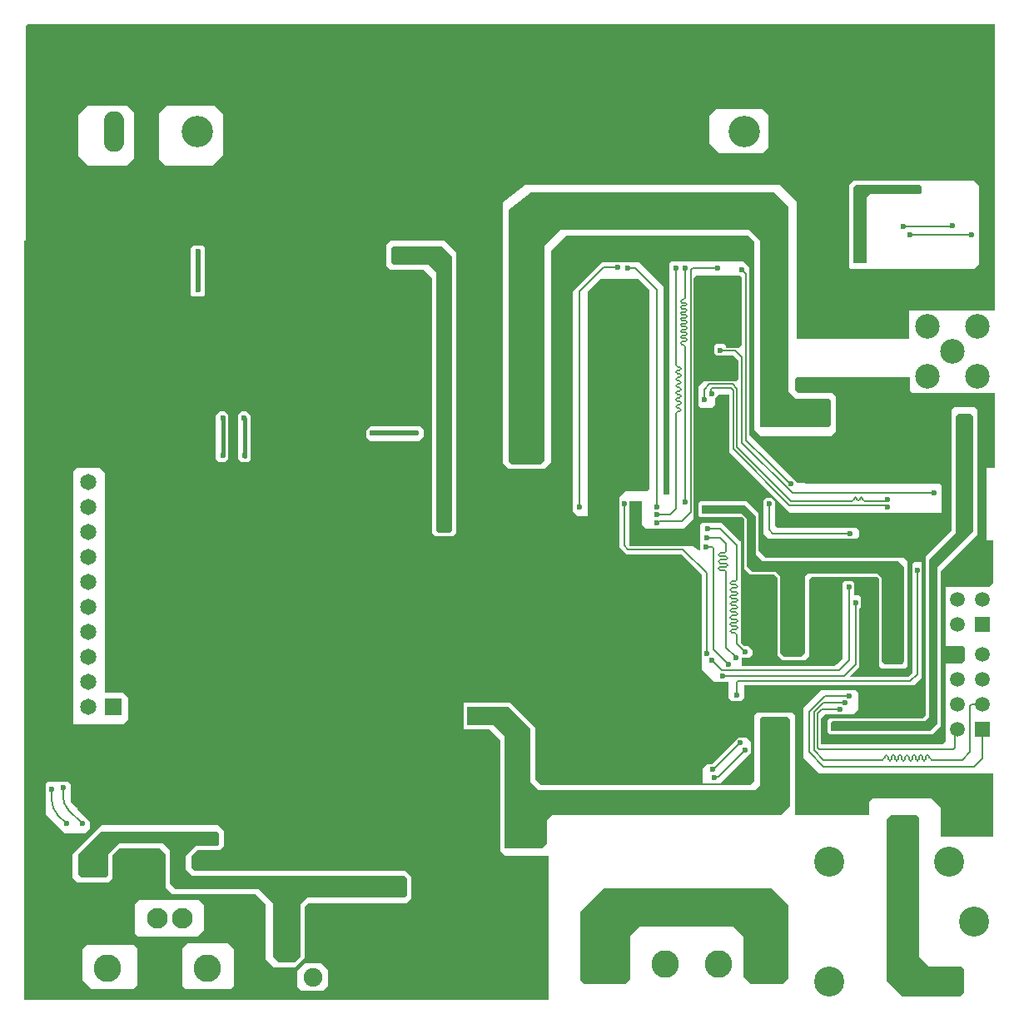
<source format=gbl>
G04*
G04 #@! TF.GenerationSoftware,Altium Limited,Altium Designer,21.0.8 (223)*
G04*
G04 Layer_Physical_Order=2*
G04 Layer_Color=37055*
%FSTAX24Y24*%
%MOIN*%
G70*
G04*
G04 #@! TF.SameCoordinates,6FDD5C99-857A-4E56-A0FC-F6C85F5CD364*
G04*
G04*
G04 #@! TF.FilePolarity,Positive*
G04*
G01*
G75*
%ADD11C,0.0100*%
%ADD12C,0.0118*%
%ADD14C,0.0079*%
%ADD135C,0.0197*%
%ADD136C,0.0157*%
%ADD138C,0.0394*%
%ADD140C,0.1100*%
%ADD141C,0.1102*%
%ADD142C,0.0827*%
%ADD143C,0.1969*%
%ADD144C,0.1260*%
%ADD145O,0.0815X0.1630*%
%ADD146C,0.1200*%
%ADD147C,0.0591*%
%ADD148R,0.0591X0.0591*%
%ADD149C,0.0984*%
%ADD150R,0.0650X0.0650*%
%ADD151C,0.0650*%
%ADD152C,0.0750*%
%ADD153C,0.0118*%
%ADD154C,0.0236*%
%ADD155C,0.0276*%
%ADD156C,0.0197*%
G36*
X049134Y042756D02*
Y03937D01*
Y037717D01*
X045709D01*
Y036575D01*
X04122D01*
Y042087D01*
X040551Y042756D01*
X037717D01*
Y04439D01*
X038091Y044016D01*
X039843D01*
X040079Y044252D01*
Y045551D01*
X039843Y045787D01*
X037992D01*
X037717Y045512D01*
X037717Y042756D01*
X030354D01*
X029449Y042047D01*
Y042126D01*
X029449Y042205D01*
X029449Y041732D01*
X028898Y042283D01*
X028898D01*
X029449Y041732D01*
X029449Y031614D01*
X029685Y031378D01*
X031102D01*
X031378Y031654D01*
X031378Y040118D01*
X031969Y040709D01*
X039252D01*
X039488Y040472D01*
Y039764D01*
Y039252D01*
X039488Y032953D01*
X039764Y032677D01*
X042559D01*
X042756Y032874D01*
Y034252D01*
Y034291D01*
X042638Y034409D01*
X04126D01*
X041142Y034528D01*
Y034961D01*
X04122Y035039D01*
X045748D01*
Y034488D01*
X045827Y034409D01*
X045827Y034409D01*
X048819D01*
X048819Y034409D01*
X049134D01*
Y031417D01*
X048819D01*
X048819Y028504D01*
X049055D01*
X049055Y028268D01*
X049055Y026811D01*
X048898Y026654D01*
X048819Y026654D01*
X048819Y027704D01*
Y026654D01*
X047323D01*
X047169Y026654D01*
Y024291D01*
X047874D01*
X047953Y024213D01*
Y023701D01*
X047835Y023583D01*
X047169D01*
Y020673D01*
X047169Y020599D01*
X047169Y020476D01*
X047047Y020354D01*
X042205D01*
X042169Y02039D01*
Y020559D01*
X042169Y020582D01*
X042165Y021378D01*
X042323Y021535D01*
X043465D01*
X043661Y021732D01*
Y022402D01*
X043543Y02252D01*
X042165D01*
X041928Y022282D01*
X041935D01*
X041457Y021804D01*
Y019803D01*
X042087Y019173D01*
X041142D01*
X049055Y019173D01*
Y018701D01*
D01*
Y016654D01*
X046968D01*
X046968Y017795D01*
X046575Y018189D01*
X044252Y018189D01*
X044094Y018032D01*
X044094Y017835D01*
X044094D01*
X044094Y01752D01*
X041142Y01752D01*
X041142Y019173D01*
Y020118D01*
X041142Y020118D01*
X041142Y021496D01*
X041024Y021614D01*
X039606D01*
X039488Y021496D01*
Y020354D01*
X039488Y020354D01*
X039488Y020354D01*
X039488Y019724D01*
X039488Y018858D01*
X039331Y018701D01*
X038071Y018701D01*
X038071Y018701D01*
X03689D01*
Y019528D01*
D01*
Y018701D01*
X030984D01*
X030748Y018937D01*
Y020984D01*
X030197Y021535D01*
X029724Y022008D01*
X027874D01*
Y020945D01*
X028898D01*
X029331Y020512D01*
X029331Y017008D01*
X028307Y017008D01*
X028307Y017008D01*
X029331D01*
X029331Y016063D01*
X029528Y015866D01*
X03126Y015866D01*
X03126Y010118D01*
X025827Y010118D01*
Y010118D01*
X023268Y010118D01*
X022244D01*
X019488Y010118D01*
Y010118D01*
X010276D01*
Y031417D01*
D01*
Y040512D01*
X010354D01*
Y042362D01*
Y049094D01*
X010433Y049173D01*
X041929D01*
X04185Y049094D01*
X041929Y049173D01*
X049134D01*
Y042756D01*
D02*
G37*
G36*
X040866Y04189D02*
X040866Y034488D01*
X041181Y034173D01*
X04248D01*
X042559Y034094D01*
Y03311D01*
X04248Y033031D01*
X039724Y033031D01*
X039724Y040512D01*
X039291Y040945D01*
X031732Y040945D01*
X031102Y040315D01*
Y031693D01*
X030945Y031535D01*
X029803Y031535D01*
X029685Y031654D01*
X029685Y041758D01*
X030575Y042441D01*
X040315Y042441D01*
X040866Y04189D01*
D02*
G37*
G36*
X030157Y021339D02*
D01*
X030551Y020945D01*
Y018839D01*
X030886Y018504D01*
X039528D01*
X039724Y018701D01*
X039724Y021362D01*
X039819Y021457D01*
X040827D01*
X040945Y021339D01*
X040945Y017874D01*
X040945Y017874D01*
X040945Y017874D01*
Y017874D01*
X040709Y017638D01*
X040709D01*
X040591Y01752D01*
X031417D01*
X03122Y017323D01*
X03122Y016378D01*
X031024Y016181D01*
X030551D01*
X029505Y016181D01*
X029505Y020653D01*
X029055Y021102D01*
X027992Y021102D01*
X027992Y02185D01*
X029646Y02185D01*
X030157Y021339D01*
D02*
G37*
G36*
X040873Y013891D02*
X040873Y010975D01*
X040656Y010758D01*
X039357Y010758D01*
X039081Y011034D01*
X039081Y012611D01*
X038661Y013031D01*
X034921D01*
X034554Y012664D01*
Y010955D01*
X034357Y010758D01*
X032704Y010758D01*
X032546Y010916D01*
Y01253D01*
X032546Y013648D01*
X033465Y014567D01*
X040197Y014567D01*
X040873Y013891D01*
D02*
G37*
G36*
X045991Y01751D02*
X046109Y017392D01*
X046109Y011841D01*
X046493Y011457D01*
X047795Y011457D01*
X047913Y011339D01*
X047913Y010394D01*
X047747Y010227D01*
X04544Y010227D01*
X04481Y010857D01*
X04481Y017353D01*
X044967Y01751D01*
X045991Y01751D01*
D02*
G37*
%LPC*%
G36*
X017913Y045906D02*
X015984D01*
X015669Y045591D01*
Y04378D01*
X015945Y043504D01*
X017795D01*
X018228Y043937D01*
Y045591D01*
X017913Y045906D01*
D02*
G37*
G36*
X014409D02*
X012795D01*
X012441Y045551D01*
Y043898D01*
X012835Y043504D01*
X01437D01*
X014685Y043819D01*
X014685Y04563D01*
X014409Y045906D01*
D02*
G37*
G36*
X048307Y042913D02*
X043465Y042913D01*
X043307Y042756D01*
X043307Y039449D01*
X043386Y03937D01*
X048307D01*
X048465Y039528D01*
X048504D01*
Y042717D01*
X048307Y042913D01*
D02*
G37*
G36*
X017438Y040318D02*
X017051D01*
X016929Y040197D01*
Y038328D01*
X01697Y038287D01*
X017461D01*
X01752Y038346D01*
Y040236D01*
X017438Y040318D01*
D02*
G37*
G36*
X026142Y033071D02*
X024134D01*
X023976Y032913D01*
Y032638D01*
X024134Y03248D01*
X026074D01*
X02626Y032666D01*
Y032953D01*
X026142Y033071D01*
D02*
G37*
G36*
X018305Y033661D02*
X01811D01*
X017953Y033504D01*
Y031772D01*
X018071Y031654D01*
X018324D01*
X018448Y031778D01*
Y033519D01*
X018305Y033661D01*
D02*
G37*
G36*
X019173D02*
X018986D01*
X018852Y033527D01*
Y031756D01*
X018958Y03165D01*
X019229D01*
X019331Y031752D01*
Y033504D01*
X019173Y033661D01*
D02*
G37*
G36*
X039055Y039685D02*
X036181D01*
X036102Y039606D01*
Y030354D01*
X035866D01*
Y038661D01*
X034882Y039646D01*
X033425D01*
X032244Y038465D01*
Y029685D01*
X032441Y029488D01*
X032835D01*
X032835Y038465D01*
X033346Y038976D01*
X034882Y038976D01*
X035315Y038543D01*
X035315Y030591D01*
X035197Y030472D01*
X034331Y030472D01*
X034094Y030236D01*
Y028583D01*
Y028228D01*
X03437Y027953D01*
X036575D01*
X037402Y027126D01*
Y023346D01*
X037913Y022835D01*
X038465D01*
Y022717D01*
Y022205D01*
X038543Y022126D01*
X038583Y022087D01*
X038987D01*
X039094Y022194D01*
Y022717D01*
X045945D01*
X04622Y022992D01*
X04622Y027598D01*
X046192Y027626D01*
X045911D01*
X045827Y027542D01*
X045827Y023189D01*
X045669Y023031D01*
X043307D01*
X043701Y023425D01*
X043701D01*
Y025748D01*
X043701D01*
X04378Y025827D01*
Y02622D01*
X043701Y026299D01*
X043504D01*
Y026811D01*
X043425Y02689D01*
X043122D01*
X043032Y026799D01*
Y02378D01*
X042795Y023543D01*
X042717Y023465D01*
X040276Y023465D01*
D01*
X03944Y023465D01*
Y023465D01*
X039016D01*
X039016Y023819D01*
X039331D01*
X03944Y023928D01*
Y024103D01*
X039252Y024291D01*
X039094D01*
X038976Y024409D01*
Y024567D01*
X038976Y024567D01*
X038976Y028425D01*
X039094Y028425D01*
Y027362D01*
X039331Y027126D01*
X039488D01*
Y027126D01*
X040315Y027126D01*
X040433Y027008D01*
Y023898D01*
X04063Y023701D01*
X041553D01*
X041693Y02384D01*
X041693Y026929D01*
X041811Y027047D01*
X042874Y027047D01*
X042874Y027047D01*
X044409D01*
X044488Y026969D01*
Y023465D01*
X044567Y023386D01*
X045551D01*
X04563Y023465D01*
X04563Y027657D01*
X045492Y027795D01*
X039961D01*
X039685Y028071D01*
X039685Y028504D01*
X039685D01*
X039685Y029606D01*
X039213Y030079D01*
X037362Y030079D01*
X037332D01*
X037264Y03001D01*
Y029508D01*
X037323Y029449D01*
X039016D01*
X039094Y02937D01*
Y028425D01*
X038976D01*
Y029134D01*
D01*
X038976Y028425D01*
X038189Y029213D01*
X037402D01*
X037325Y029136D01*
X037323Y0285D01*
Y028071D01*
X037028Y028268D01*
X034528D01*
X034488Y028307D01*
X034488Y030079D01*
X035Y030079D01*
X035Y029134D01*
X035157Y028976D01*
X036693Y028976D01*
X037087Y02937D01*
Y030157D01*
Y03374D01*
Y03622D01*
Y039016D01*
X037165Y039094D01*
X038937D01*
X039016Y039016D01*
Y036339D01*
X038898Y03622D01*
X038386D01*
X038386Y036299D01*
X038307Y036378D01*
X037992Y036378D01*
X037913Y036299D01*
Y036181D01*
Y03598D01*
X037988Y035906D01*
X038661D01*
X038858Y035709D01*
Y034961D01*
X03878Y034882D01*
X03748D01*
X037283Y034685D01*
Y033898D01*
X037362Y033819D01*
X037835D01*
X037953Y033937D01*
Y034213D01*
X038071Y034331D01*
X038504D01*
Y03378D01*
X038504Y032047D01*
X039882Y030669D01*
Y030669D01*
X040945Y029606D01*
X046377Y029606D01*
Y029606D01*
X046929Y029606D01*
X047008Y029685D01*
X047008Y029016D01*
X047008Y029016D01*
Y030709D01*
X046929Y030787D01*
X041535D01*
X041527Y030796D01*
X041252Y030796D01*
X039291Y032756D01*
X039291Y033031D01*
X039291Y039252D01*
X039291Y039449D01*
X039055Y039685D01*
D02*
G37*
G36*
X027087Y040512D02*
X024921D01*
X024764Y040354D01*
Y039488D01*
X024921Y039331D01*
X02626D01*
X026614Y038976D01*
X026614Y033346D01*
Y031181D01*
X026614D01*
Y028796D01*
X026749Y028661D01*
X027441D01*
X027559Y02878D01*
X027559Y040039D01*
X027087Y040512D01*
D02*
G37*
G36*
X040197Y030197D02*
X039958D01*
X039882Y030121D01*
Y029803D01*
Y02874D01*
X040059Y028563D01*
X043602Y028563D01*
X043701Y028661D01*
X043701Y028898D01*
X043583Y029016D01*
X041012Y029016D01*
X040433Y029016D01*
X040335Y029114D01*
X040335Y030059D01*
X040197Y030197D01*
D02*
G37*
G36*
X043898Y029016D02*
X043601D01*
X043898Y029016D01*
Y028504D01*
X043898Y029016D01*
D02*
G37*
G36*
X043547Y028504D02*
X04171D01*
X043898Y028504D01*
X043547Y028504D01*
D02*
G37*
G36*
X044966Y028321D02*
X04493Y028307D01*
X04498D01*
X044966Y028321D01*
D02*
G37*
G36*
X033504Y027835D02*
X031102D01*
D01*
X033504Y027835D01*
Y027835D01*
D02*
G37*
G36*
X027992Y026929D02*
Y026929D01*
X032087D01*
X027992Y026929D01*
D02*
G37*
G36*
X039094Y02189D02*
X038937Y021732D01*
Y021732D01*
X039094Y02189D01*
D02*
G37*
G36*
X012384Y031417D02*
X012244Y031277D01*
Y021142D01*
X014252D01*
X014449Y021339D01*
Y022205D01*
X014252Y022402D01*
X013504D01*
Y03122D01*
X013307Y031417D01*
X012384D01*
D02*
G37*
G36*
X04752Y033858D02*
X047402Y03374D01*
X047402Y028898D01*
X046378Y027874D01*
X046378Y022402D01*
X046378Y022402D01*
Y021496D01*
X04626Y021378D01*
X04252D01*
X042452Y02131D01*
Y020825D01*
X042529Y020748D01*
X046654D01*
X046968Y021063D01*
Y027283D01*
X047205Y02752D01*
X048425Y02874D01*
X048425Y03374D01*
X048307Y033858D01*
X04752D01*
D02*
G37*
G36*
X039189Y020594D02*
X038862D01*
X037795Y019528D01*
X037598D01*
X037441Y01937D01*
Y01878D01*
X03815D01*
X039173Y019803D01*
X039409Y019803D01*
X039173Y019803D01*
X03937Y02D01*
Y020413D01*
X039189Y020594D01*
D02*
G37*
G36*
X012717Y017798D02*
Y017677D01*
D01*
Y017798D01*
D02*
G37*
G36*
X012913Y01748D02*
X012913Y01748D01*
X017677D01*
X017716Y017441D01*
X017717D01*
X017677Y01748D01*
X012913Y01748D01*
D02*
G37*
G36*
X012008Y018858D02*
X01122D01*
X011142Y01878D01*
Y01752D01*
X01189Y016772D01*
X012715D01*
X012913Y01697D01*
Y017244D01*
X012402Y017756D01*
X012402Y01874D01*
X012402Y01874D01*
Y017756D01*
X012126Y018031D01*
Y01874D01*
X012008Y018858D01*
D02*
G37*
G36*
X018045Y017107D02*
X013367D01*
X012205Y015945D01*
Y015D01*
X012402Y014803D01*
X013661D01*
X013819Y014961D01*
X013819Y015906D01*
X014094Y016181D01*
X015709D01*
X015945Y015945D01*
Y014606D01*
X01622Y014331D01*
X017479Y014331D01*
X017479Y014331D01*
Y014331D01*
X019528D01*
X019921Y013937D01*
X019921Y011772D01*
Y011732D01*
X020236Y011417D01*
X021102D01*
X021496Y011811D01*
Y013819D01*
X021654Y013976D01*
X02248D01*
X025593Y013976D01*
X025787Y014171D01*
Y015039D01*
X025551Y015276D01*
X0171D01*
X016968Y015407D01*
X016968Y015866D01*
X017205Y016102D01*
X01811Y016102D01*
X018268Y01626D01*
X018268Y016884D01*
X018045Y017107D01*
D02*
G37*
G36*
X017283Y014094D02*
X014882D01*
X014704Y013917D01*
X014704Y012776D01*
X014849Y012631D01*
X016299Y012631D01*
Y012638D01*
X016306Y012631D01*
X016614D01*
Y012631D01*
X017198D01*
X017479Y012912D01*
X017479Y013896D01*
X017283Y014094D01*
D02*
G37*
G36*
X018425Y012362D02*
X01679D01*
X016614Y012186D01*
Y010675D01*
X016738Y010551D01*
X018543D01*
X018661Y010669D01*
Y012126D01*
X018425Y012362D01*
D02*
G37*
G36*
X01464Y012323D02*
X012795Y012323D01*
X012598Y012126D01*
Y010907D01*
X012955Y010551D01*
X01464D01*
X014803Y010714D01*
Y01216D01*
X01464Y012323D01*
D02*
G37*
G36*
X012598Y010626D02*
Y010626D01*
X012717Y010508D01*
X012598Y010626D01*
D02*
G37*
G36*
X021732Y011575D02*
X021535Y011575D01*
X02122Y01126D01*
Y01063D01*
X021378Y010472D01*
X022239D01*
X022441Y010675D01*
Y011299D01*
X022165Y011575D01*
X021732Y011575D01*
D02*
G37*
%LPD*%
G36*
X04622Y042677D02*
X04622Y042441D01*
X046142Y042362D01*
X044094D01*
X044016Y042283D01*
X044016Y039606D01*
X043465Y039606D01*
Y039882D01*
Y042638D01*
X043583Y042756D01*
X046142D01*
X04622Y042677D01*
D02*
G37*
G36*
X039134Y029921D02*
X039567Y029488D01*
X039567Y027953D01*
X039843Y027677D01*
X045276Y027677D01*
X045512Y027441D01*
Y023661D01*
X045472Y023622D01*
Y023622D01*
X045394Y023543D01*
X045394Y023543D01*
X044724Y023543D01*
X044724D01*
X044677Y023591D01*
X044606Y023661D01*
X044606Y027008D01*
X044449Y027165D01*
X041654Y027165D01*
X041535Y027047D01*
X041535D01*
D01*
X041535Y024016D01*
X041378Y023858D01*
X040709D01*
X040551Y024016D01*
X040551Y027047D01*
X040366Y027232D01*
X040354Y027244D01*
X039449Y027244D01*
X039213Y02748D01*
Y02937D01*
X039016Y029567D01*
X037402Y029567D01*
Y029921D01*
X039134Y029921D01*
D02*
G37*
G36*
X027008Y040276D02*
X027402Y039882D01*
X027402Y028898D01*
X027323Y028819D01*
X02685D01*
X026772Y028898D01*
X026772Y039213D01*
X026457Y039528D01*
X025079Y039528D01*
X024961Y039646D01*
Y040197D01*
X025039Y040276D01*
X027008Y040276D01*
D02*
G37*
G36*
X048268Y033465D02*
Y032992D01*
X048268Y032992D01*
X048268Y028858D01*
X04685Y027441D01*
Y021176D01*
X046541Y020866D01*
X042598Y020866D01*
X042559Y020906D01*
X042559Y021187D01*
X042632Y02126D01*
X046333D01*
X046496Y021423D01*
Y027756D01*
X047559Y028819D01*
X047559Y033268D01*
D01*
Y033465D01*
X047677Y033583D01*
X04815Y033583D01*
X048268Y033465D01*
D02*
G37*
G36*
X01626Y01685D02*
X017992Y01685D01*
X018071Y016772D01*
Y016339D01*
X017992Y01626D01*
X017126D01*
X016732Y015866D01*
Y015354D01*
X017008Y015079D01*
X025472D01*
X025591Y014961D01*
X025591Y014291D01*
X025512Y014213D01*
X021614D01*
X021339Y013937D01*
X021339Y01185D01*
X021102Y011614D01*
X020472Y011614D01*
X020236Y01185D01*
X020236Y013976D01*
X019685Y014528D01*
X016339Y014528D01*
X016102Y014764D01*
X016102Y016102D01*
X015827Y016378D01*
X014055Y016378D01*
X013622Y015945D01*
X013622Y015079D01*
X013543Y015D01*
X013069Y015D01*
X012559D01*
X012441Y015118D01*
Y015945D01*
X013346Y01685D01*
X01374D01*
X01626Y01685D01*
D01*
D01*
X01626D01*
D01*
D02*
G37*
%LPC*%
G36*
X016654Y015906D02*
X016654Y015079D01*
X016968Y014764D01*
X020846D01*
X016968Y014764D01*
X016654Y015079D01*
Y015906D01*
D02*
G37*
%LPD*%
D11*
X033637Y011566D02*
Y012338D01*
X033695Y013268D02*
X038738D01*
X033637Y013209D02*
X033695Y013268D01*
X038738D02*
X039798Y012207D01*
X033637Y012338D02*
Y013209D01*
X046558Y021024D02*
X046693Y021158D01*
Y027441D01*
X044888Y021024D02*
X046558D01*
X046693Y027441D02*
X047717Y028465D01*
X04298Y021051D02*
X044861D01*
X044888Y021024D01*
X040807Y033189D02*
X041978D01*
X030442Y032126D02*
Y035948D01*
X030147Y032123D02*
X030442D01*
X030415Y031804D02*
X030429Y031817D01*
X030412Y031807D02*
X030415Y031804D01*
X030442Y032123D02*
Y032126D01*
X047717Y028465D02*
Y033031D01*
X040611Y041417D02*
X040669Y041359D01*
Y033326D02*
Y041359D01*
X030315Y039863D02*
X03187Y041417D01*
X040611D01*
X041978Y033188D02*
X042321D01*
X041978Y033189D02*
X041978Y033188D01*
X042321D02*
X042321Y033187D01*
X040669Y033326D02*
X040807Y033189D01*
X029843Y031811D02*
X030118D01*
X030122Y031807D02*
X030412D01*
X030118Y031811D02*
X030122Y031807D01*
X030315Y036075D02*
X030442Y035948D01*
X030429Y03211D02*
X030442Y032123D01*
X030429Y031817D02*
Y03211D01*
X030315Y036075D02*
Y039863D01*
X039798Y012002D02*
Y012207D01*
Y012002D02*
X040117Y011684D01*
D12*
X047709Y018229D02*
X047874Y018032D01*
X045957Y018424D02*
X047635Y018271D01*
X047678Y018267D02*
X047709Y018229D01*
X045945Y018425D02*
X045957Y018424D01*
X047635Y018271D02*
X047678Y018267D01*
X045945Y018425D02*
Y018425D01*
X025425Y015472D02*
X02559D01*
X024425D02*
X025425D01*
X023425D02*
X024425D01*
X023383D02*
X023425D01*
X02559D02*
X025683Y015566D01*
X023289D02*
X023383Y015472D01*
X020371Y015566D02*
X023289D01*
X025683D02*
X027805D01*
X027806Y013429D02*
Y013461D01*
X02579Y040091D02*
X025849Y04015D01*
X025513Y040091D02*
X02579D01*
X025494Y040072D02*
X025513Y040091D01*
X025849Y04015D02*
X026307D01*
X027Y034662D02*
Y039457D01*
X026307Y04015D02*
X027Y039457D01*
X026929Y029259D02*
Y034591D01*
X027Y029153D02*
Y029189D01*
X026929Y029259D02*
X027Y029189D01*
X026929Y034591D02*
X027Y034662D01*
X026946Y029014D02*
X027223Y029291D01*
X027244D01*
X026925Y029014D02*
X026946D01*
X027244Y029016D02*
Y029291D01*
X027805Y015566D02*
X027874Y015496D01*
Y014843D02*
Y015496D01*
Y013528D02*
Y014843D01*
X027806Y013461D02*
X027874Y013528D01*
D14*
X011825Y018253D02*
G03*
X012048Y017709I000767J-000003D01*
G01*
X011378Y018084D02*
G03*
X011609Y017526I000789J-000001D01*
G01*
X011609Y017525D02*
G03*
X01161Y017524I000055J000056D01*
G01*
X012048Y017709D02*
G03*
X01205Y017707I000055J000056D01*
G01*
X036732Y03628D02*
G03*
X036653Y036358I-000079J0D01*
G01*
X036613Y036476D02*
G03*
X036613Y036358I0J-000059D01*
G01*
X036752Y036476D02*
G03*
X036752Y036594I0J000059D01*
G01*
X036613Y036713D02*
G03*
X036613Y036594I0J-000059D01*
G01*
X036752Y036713D02*
G03*
X036752Y036831I0J000059D01*
G01*
X036613Y036949D02*
G03*
X036613Y036831I0J-000059D01*
G01*
X036752Y036949D02*
G03*
X036752Y037067I0J000059D01*
G01*
X036613Y037185D02*
G03*
X036613Y037067I0J-000059D01*
G01*
X036752Y037185D02*
G03*
X036752Y037303I0J000059D01*
G01*
X036613Y037421D02*
G03*
X036613Y037303I0J-000059D01*
G01*
X036752Y037421D02*
G03*
X036752Y037539I0J000059D01*
G01*
X036613Y037657D02*
G03*
X036613Y037539I0J-000059D01*
G01*
X036752Y037657D02*
G03*
X036752Y037776I0J000059D01*
G01*
X036613Y037894D02*
G03*
X036613Y037776I0J-000059D01*
G01*
X036752Y037894D02*
G03*
X036752Y038012I0J000059D01*
G01*
X036613Y03813D02*
G03*
X036613Y038012I0J-000059D01*
G01*
X036653Y03813D02*
G03*
X036732Y038209I0J000079D01*
G01*
X036378Y035531D02*
G03*
X036457Y035453I000079J0D01*
G01*
X036575Y035384D02*
G03*
X036506Y035453I-000069J0D01*
G01*
Y035315D02*
G03*
X036575Y035384I0J000069D01*
G01*
X036437Y035315D02*
G03*
X036368Y035246I0J-000069D01*
G01*
Y035246D02*
G03*
X036437Y035177I000069J0D01*
G01*
X036575Y035108D02*
G03*
X036506Y035177I-000069J0D01*
G01*
Y035039D02*
G03*
X036575Y035108I0J000069D01*
G01*
X036437Y035039D02*
G03*
X036368Y03497I0J-000069D01*
G01*
Y03497D02*
G03*
X036437Y034902I000069J0D01*
G01*
X036575Y034833D02*
G03*
X036506Y034902I-000069J0D01*
G01*
Y034764D02*
G03*
X036575Y034833I0J000069D01*
G01*
X036437Y034764D02*
G03*
X036368Y034695I0J-000069D01*
G01*
Y034695D02*
G03*
X036437Y034626I000069J0D01*
G01*
X036575Y034557D02*
G03*
X036506Y034626I-000069J0D01*
G01*
Y034488D02*
G03*
X036575Y034557I0J000069D01*
G01*
X036437Y034488D02*
G03*
X036368Y034419I0J-000069D01*
G01*
Y034419D02*
G03*
X036437Y03435I000069J0D01*
G01*
X036575Y034281D02*
G03*
X036506Y03435I-000069J0D01*
G01*
Y034213D02*
G03*
X036575Y034281I0J000069D01*
G01*
X036437Y034213D02*
G03*
X036368Y034144I0J-000069D01*
G01*
Y034144D02*
G03*
X036437Y034075I000069J0D01*
G01*
X036575Y034006D02*
G03*
X036506Y034075I-000069J0D01*
G01*
Y033937D02*
G03*
X036575Y034006I0J000069D01*
G01*
X036437Y033937D02*
G03*
X036368Y033868I0J-000069D01*
G01*
Y033868D02*
G03*
X036437Y033799I000069J0D01*
G01*
X036575Y03373D02*
G03*
X036506Y033799I-000069J0D01*
G01*
Y033661D02*
G03*
X036575Y03373I0J000069D01*
G01*
X036457Y033661D02*
G03*
X036378Y033583I0J-000079D01*
G01*
X038819Y024724D02*
G03*
X03874Y024803I-000079J0D01*
G01*
X038543Y024872D02*
G03*
X038612Y024803I000069J0D01*
G01*
Y024941D02*
G03*
X038543Y024872I0J-000069D01*
G01*
X03877Y024941D02*
G03*
X038839Y02501I0J000069D01*
G01*
Y02501D02*
G03*
X03877Y025079I-000069J0D01*
G01*
X038543Y025148D02*
G03*
X038612Y025079I000069J0D01*
G01*
Y025217D02*
G03*
X038543Y025148I0J-000069D01*
G01*
X03877Y025217D02*
G03*
X038839Y025285I0J000069D01*
G01*
Y025285D02*
G03*
X03877Y025354I-000069J0D01*
G01*
X038543Y025423D02*
G03*
X038612Y025354I000069J0D01*
G01*
Y025492D02*
G03*
X038543Y025423I0J-000069D01*
G01*
X03877Y025492D02*
G03*
X038839Y025561I0J000069D01*
G01*
Y025561D02*
G03*
X03877Y02563I-000069J0D01*
G01*
X038543Y025699D02*
G03*
X038612Y02563I000069J0D01*
G01*
Y025768D02*
G03*
X038543Y025699I0J-000069D01*
G01*
X03877Y025768D02*
G03*
X038839Y025837I0J000069D01*
G01*
Y025837D02*
G03*
X03877Y025906I-000069J0D01*
G01*
X038543Y025974D02*
G03*
X038612Y025906I000069J0D01*
G01*
Y026043D02*
G03*
X038543Y025974I0J-000069D01*
G01*
X03877Y026043D02*
G03*
X038839Y026112I0J000069D01*
G01*
Y026112D02*
G03*
X03877Y026181I-000069J0D01*
G01*
X038543Y02625D02*
G03*
X038612Y026181I000069J0D01*
G01*
Y026319D02*
G03*
X038543Y02625I0J-000069D01*
G01*
X03877Y026319D02*
G03*
X038839Y026388I0J000069D01*
G01*
Y026388D02*
G03*
X03877Y026457I-000069J0D01*
G01*
X038543Y026526D02*
G03*
X038612Y026457I000069J0D01*
G01*
Y026594D02*
G03*
X038543Y026526I0J-000069D01*
G01*
X03877Y026594D02*
G03*
X038839Y026663I0J000069D01*
G01*
Y026663D02*
G03*
X03877Y026732I-000069J0D01*
G01*
X038543Y026801D02*
G03*
X038612Y026732I000069J0D01*
G01*
Y02687D02*
G03*
X038543Y026801I0J-000069D01*
G01*
X03874Y02687D02*
G03*
X038819Y026949I0J000079D01*
G01*
X038386Y027236D02*
G03*
X038307Y027315I-000079J0D01*
G01*
X038069Y027383D02*
G03*
X038138Y027315I000069J0D01*
G01*
Y027452D02*
G03*
X038069Y027383I0J-000069D01*
G01*
X038358Y027452D02*
G03*
X038426Y027521I0J000069D01*
G01*
Y027521D02*
G03*
X038358Y02759I-000069J0D01*
G01*
X038069Y027659D02*
G03*
X038138Y02759I000069J0D01*
G01*
Y027728D02*
G03*
X038069Y027659I0J-000069D01*
G01*
X038358Y027728D02*
G03*
X038426Y027797I0J000069D01*
G01*
Y027797D02*
G03*
X038358Y027866I-000069J0D01*
G01*
X038069Y027935D02*
G03*
X038138Y027866I000069J0D01*
G01*
Y028004D02*
G03*
X038069Y027935I0J-000069D01*
G01*
X038307Y028004D02*
G03*
X038386Y028082I0J000079D01*
G01*
X044646Y019724D02*
G03*
X044724Y019803I0J000079D01*
G01*
X044793Y019919D02*
G03*
X044724Y01985I0J-000069D01*
G01*
X044862D02*
G03*
X044793Y019919I-000069J0D01*
G01*
X044862Y019754D02*
G03*
X044931Y019685I000069J0D01*
G01*
X044931D02*
G03*
X045Y019754I0J000069D01*
G01*
X045069Y019919D02*
G03*
X045Y01985I0J-000069D01*
G01*
X045138D02*
G03*
X045069Y019919I-000069J0D01*
G01*
X045138Y019754D02*
G03*
X045207Y019685I000069J0D01*
G01*
X045207D02*
G03*
X045276Y019754I0J000069D01*
G01*
X045344Y019919D02*
G03*
X045276Y01985I0J-000069D01*
G01*
X045413D02*
G03*
X045344Y019919I-000069J0D01*
G01*
X045413Y019754D02*
G03*
X045482Y019685I000069J0D01*
G01*
X045482D02*
G03*
X045551Y019754I0J000069D01*
G01*
X04562Y019919D02*
G03*
X045551Y01985I0J-000069D01*
G01*
X045689D02*
G03*
X04562Y019919I-000069J0D01*
G01*
X045689Y019754D02*
G03*
X045758Y019685I000069J0D01*
G01*
X045758D02*
G03*
X045827Y019754I0J000069D01*
G01*
X045896Y019919D02*
G03*
X045827Y01985I0J-000069D01*
G01*
X045965D02*
G03*
X045896Y019919I-000069J0D01*
G01*
X045965Y019754D02*
G03*
X046033Y019685I000069J0D01*
G01*
X046033D02*
G03*
X046102Y019754I0J000069D01*
G01*
X046171Y019919D02*
G03*
X046102Y01985I0J-000069D01*
G01*
X04624D02*
G03*
X046171Y019919I-000069J0D01*
G01*
X04624Y019754D02*
G03*
X046309Y019685I000069J0D01*
G01*
X046309D02*
G03*
X046378Y019754I0J000069D01*
G01*
X046447Y019919D02*
G03*
X046378Y01985I0J-000069D01*
G01*
X046516D02*
G03*
X046447Y019919I-000069J0D01*
G01*
X046516Y019803D02*
G03*
X046594Y019724I000079J0D01*
G01*
X043845Y030157D02*
G03*
X043924Y030079I000079J0D01*
G01*
X043845Y030177D02*
G03*
X043727Y030177I-000059J0D01*
G01*
X043609Y030138D02*
G03*
X043727Y030138I000059J0D01*
G01*
X043609Y030177D02*
G03*
X04349Y030177I-000059J0D01*
G01*
X043412Y030079D02*
G03*
X04349Y030157I0J000079D01*
G01*
X042677Y029213D02*
X046623D01*
Y029258D02*
X046693Y029327D01*
Y02937D01*
X046623Y029213D02*
Y029258D01*
X047147Y02937D02*
Y034222D01*
X046693Y02937D02*
X047147D01*
X04863Y028393D02*
Y028705D01*
Y028393D02*
X048631Y028392D01*
X048626Y02713D02*
Y028388D01*
X048629Y028707D02*
X048631Y028705D01*
X048629Y028707D02*
Y02902D01*
X048622Y027126D02*
X048626Y02713D01*
X048629Y02902D02*
X048647Y029038D01*
X04863Y028705D02*
X048631D01*
X048661Y029038D02*
Y034206D01*
X048626Y028388D02*
X048631Y028392D01*
X041024Y030394D02*
X046676D01*
X04668Y03039D01*
X048055Y034252D02*
X048615D01*
X048037Y034252D02*
X048055Y034234D01*
X047165D02*
X047184Y034252D01*
X047147D02*
X047165Y034234D01*
X046165D02*
X046184Y034252D01*
X047147D01*
X047147Y034222D02*
X047158Y034234D01*
X045706Y034261D02*
X045715Y034252D01*
X046165D01*
X047158Y034234D02*
X047165D01*
X047184Y034252D02*
X048037D01*
X048055D02*
X048055Y034252D01*
X045621Y034261D02*
X045706D01*
X045591Y034291D02*
X045621Y034261D01*
X048615Y034252D02*
X048661Y034206D01*
X044509Y043125D02*
X044528Y043144D01*
Y044173D01*
X011825Y018622D02*
X011825Y018622D01*
X011825Y018253D02*
Y018622D01*
X01161Y017524D02*
X011981Y01717D01*
X011609Y017526D02*
X011609Y017525D01*
X012048Y017709D02*
X012048Y017709D01*
X01205Y017707D02*
X012618Y017183D01*
X011378Y018084D02*
X011378Y018084D01*
Y018532D01*
X012756Y015157D02*
X01315D01*
X036732Y03004D02*
Y036058D01*
Y03628D01*
X036613Y036358D02*
X036653D01*
X036613Y036476D02*
X036752D01*
X036613Y036594D02*
X036752D01*
X036613Y036713D02*
X036752D01*
X036613Y036831D02*
X036752D01*
X036613Y036949D02*
X036752D01*
X036613Y037067D02*
X036752D01*
X036613Y037185D02*
X036752D01*
X036613Y037303D02*
X036752D01*
X036613Y037421D02*
X036752D01*
X036613Y037539D02*
X036752D01*
X036613Y037657D02*
X036752D01*
X036613Y037776D02*
X036752D01*
X036613Y037894D02*
X036752D01*
X036613Y038012D02*
X036752D01*
X036613Y03813D02*
X036653D01*
X036732Y038209D02*
Y038366D01*
Y039423D01*
X036378Y035755D02*
Y039409D01*
Y035531D02*
Y035755D01*
X036457Y035453D02*
X036506D01*
X036575Y035384D02*
Y035384D01*
X036437Y035315D02*
X036506D01*
X036368Y035246D02*
Y035246D01*
X036437Y035177D02*
X036506D01*
X036575Y035108D02*
Y035108D01*
X036437Y035039D02*
X036506D01*
X036368Y03497D02*
Y03497D01*
X036437Y034902D02*
X036506D01*
X036575Y034833D02*
Y034833D01*
X036437Y034764D02*
X036506D01*
X036368Y034695D02*
Y034695D01*
X036437Y034626D02*
X036506D01*
X036575Y034557D02*
Y034557D01*
X036437Y034488D02*
X036506D01*
X036368Y034419D02*
Y034419D01*
X036437Y03435D02*
X036506D01*
X036575Y034281D02*
Y034281D01*
X036437Y034213D02*
X036506D01*
X036368Y034144D02*
Y034144D01*
X036437Y034075D02*
X036506D01*
X036575Y034006D02*
Y034006D01*
X036437Y033937D02*
X036506D01*
X036368Y033868D02*
Y033868D01*
X036437Y033799D02*
X036506D01*
X036575Y03373D02*
Y03373D01*
X036457Y033661D02*
X036506D01*
X036378Y033406D02*
Y033583D01*
X038819Y027126D02*
Y028307D01*
Y024407D02*
Y024724D01*
X038612Y024803D02*
X03874D01*
X038543Y024872D02*
Y024872D01*
X038612Y024941D02*
X03877D01*
X038839Y02501D02*
Y02501D01*
X038612Y025079D02*
X03877D01*
X038543Y025148D02*
Y025148D01*
X038612Y025217D02*
X03877D01*
X038839Y025285D02*
Y025285D01*
X038612Y025354D02*
X03877D01*
X038543Y025423D02*
Y025423D01*
X038612Y025492D02*
X03877D01*
X038839Y025561D02*
Y025561D01*
X038612Y02563D02*
X03877D01*
X038543Y025699D02*
Y025699D01*
X038612Y025768D02*
X03877D01*
X038839Y025837D02*
Y025837D01*
X038612Y025906D02*
X03877D01*
X038543Y025974D02*
Y025974D01*
X038612Y026043D02*
X03877D01*
X038839Y026112D02*
Y026112D01*
X038612Y026181D02*
X03877D01*
X038543Y02625D02*
Y02625D01*
X038612Y026319D02*
X03877D01*
X038839Y026388D02*
Y026388D01*
X038612Y026457D02*
X03877D01*
X038543Y026526D02*
Y026526D01*
X038612Y026594D02*
X03877D01*
X038839Y026663D02*
Y026663D01*
X038612Y026732D02*
X03877D01*
X038543Y026801D02*
Y026801D01*
X038612Y02687D02*
X03874D01*
X038819Y026949D02*
Y027126D01*
Y024373D02*
Y024407D01*
X038386Y024219D02*
Y026988D01*
Y027236D01*
X038138Y027315D02*
X038307D01*
X038069Y027383D02*
Y027383D01*
X038138Y027452D02*
X038358D01*
X038426Y027521D02*
Y027521D01*
X038138Y02759D02*
X038358D01*
X038069Y027659D02*
Y027659D01*
X038138Y027728D02*
X038358D01*
X038426Y027797D02*
Y027797D01*
X038138Y027866D02*
X038358D01*
X038069Y027935D02*
Y027935D01*
X038138Y028004D02*
X038307D01*
X038386Y028082D02*
Y028259D01*
Y028386D01*
X03815Y028622D02*
X038386Y028386D01*
X04189Y021626D02*
X042272Y022008D01*
X042047Y020204D02*
X042093Y020157D01*
X042047Y020204D02*
Y02156D01*
X042093Y020157D02*
X047481D01*
X04189Y020099D02*
Y021626D01*
Y020099D02*
X042264Y019724D01*
X042047Y02156D02*
X042219Y021732D01*
X041693Y020042D02*
Y021652D01*
X042325Y022283D01*
X041693Y020042D02*
X042286Y019449D01*
X044297Y019724D02*
X044646D01*
X044724Y019803D02*
Y01985D01*
X044793Y019919D02*
X044793D01*
X044862Y019754D02*
Y01985D01*
X044931Y019685D02*
X044931D01*
X045Y019754D02*
Y01985D01*
X045069Y019919D02*
X045069D01*
X045138Y019754D02*
Y01985D01*
X045207Y019685D02*
X045207D01*
X045276Y019754D02*
Y01985D01*
X045344Y019919D02*
X045344D01*
X045413Y019754D02*
Y01985D01*
X045482Y019685D02*
X045482D01*
X045551Y019754D02*
Y01985D01*
X04562Y019919D02*
X04562D01*
X045689Y019754D02*
Y01985D01*
X045758Y019685D02*
X045758D01*
X045827Y019754D02*
Y01985D01*
X045896Y019919D02*
X045896D01*
X045965Y019754D02*
Y01985D01*
X046033Y019685D02*
X046033D01*
X046102Y019754D02*
Y01985D01*
X046171Y019919D02*
X046171D01*
X04624Y019754D02*
Y01985D01*
X046309Y019685D02*
X046309D01*
X046378Y019754D02*
Y01985D01*
X046447Y019919D02*
X046447D01*
X046516Y019803D02*
Y01985D01*
X046594Y019724D02*
X046772D01*
X042264D02*
X044297D01*
X046772D02*
X047835D01*
X04815Y020039D01*
X048307Y019449D02*
X048622Y019764D01*
X042286Y019449D02*
X048307D01*
X038386Y024219D02*
X03878Y023826D01*
X037559Y028228D02*
X037828D01*
X037874Y028182D01*
Y024134D02*
Y028182D01*
Y024134D02*
X038465Y023543D01*
X037612Y023989D02*
Y027192D01*
X034435Y02815D02*
X036654D01*
X037612Y027192D01*
X01315Y015512D02*
X014056Y016418D01*
X01315Y015157D02*
Y015512D01*
X014056Y016418D02*
X016393D01*
X041983Y036769D02*
X041994Y036758D01*
X041983Y036769D02*
Y038189D01*
X041732Y041732D02*
Y042441D01*
Y04169D02*
Y041732D01*
X044298Y042559D02*
X046063D01*
X046083Y04254D01*
X043701Y041962D02*
X044298Y042559D01*
X040932Y030777D02*
X040974D01*
X040872Y030836D02*
X040932Y030777D01*
X040029Y031664D02*
X040029D01*
X040857Y030836D02*
X040872D01*
X040029Y031664D02*
X040857Y030836D01*
X039173Y03252D02*
X040029Y031664D01*
X039016Y032402D02*
X041024Y030394D01*
X039016Y032402D02*
Y035827D01*
X03874Y036102D02*
X039016Y035827D01*
X038661Y032179D02*
X040919Y029921D01*
X038819Y032244D02*
Y034586D01*
X038661Y032179D02*
Y034521D01*
X038576Y034606D02*
X038661Y034521D01*
X040919Y029921D02*
X041654D01*
X038641Y034764D02*
X038819Y034586D01*
Y032244D02*
X040984Y030079D01*
X037706Y034764D02*
X038641D01*
X039001Y03934D02*
X039173Y039168D01*
Y03252D02*
Y039168D01*
X037047Y039409D02*
X038031D01*
X036969Y039331D02*
X037047Y039409D01*
X047527Y020204D02*
Y020834D01*
X047481Y020157D02*
X047527Y020204D01*
X047047Y023898D02*
X047591D01*
X047622Y023929D01*
X04815Y020039D02*
Y021883D01*
X048622Y019764D02*
Y020929D01*
X042325Y022283D02*
X043307D01*
X042272Y022008D02*
X04315D01*
X042219Y021732D02*
X042953D01*
X037828Y034606D02*
X038576D01*
X043229Y029921D02*
X043372D01*
X043445D01*
X043789Y039912D02*
Y040088D01*
X043776Y040101D02*
X043789Y040088D01*
X043776Y040157D02*
X043816Y040198D01*
X043789Y039912D02*
X043819Y039882D01*
X043776Y040101D02*
Y040157D01*
X043816Y040198D02*
Y041291D01*
X041874Y038298D02*
X041983Y038189D01*
X041874Y038298D02*
Y041548D01*
X041732Y04169D02*
X041874Y041548D01*
X041732Y042441D02*
X043465Y044173D01*
X043701Y04171D02*
Y041962D01*
X043816Y041299D02*
Y041594D01*
X043701Y04171D02*
X043816Y041594D01*
X036378Y029764D02*
Y033406D01*
X036142Y029528D02*
X036378Y029764D01*
X037598Y028622D02*
X03815D01*
X044528Y044173D02*
X045387D01*
X043465D02*
X044528D01*
X045508Y041085D02*
X047395D01*
X045486Y041063D02*
X045508Y041085D01*
X047395D02*
X047417Y041106D01*
X04575Y04075D02*
X0482D01*
X045748Y040748D02*
X04575Y04075D01*
X045748Y040748D02*
X04767D01*
X0482Y04075D02*
X048202Y040752D01*
X045396Y044182D02*
X045482D01*
X045387Y044173D02*
X045396Y044182D01*
X045482D02*
X045512Y044213D01*
X038819Y024373D02*
X039141Y024051D01*
X03815Y028976D02*
X038819Y028307D01*
X03878Y023819D02*
Y023826D01*
X037638Y028976D02*
X03815D01*
X035704Y029267D02*
X03659D01*
X035607Y029213D02*
X03565D01*
X035704Y029267D01*
X03659D02*
X036969Y029646D01*
X035607Y029528D02*
X036142D01*
X036969Y029646D02*
Y039331D01*
X038223Y023071D02*
X043098D01*
X043583Y023556D01*
X037808Y023694D02*
X038195Y023307D01*
X042913D01*
X037808Y023694D02*
X037808D01*
X038819Y022828D02*
X038865Y022874D01*
X045743D02*
X046024Y023155D01*
X038819Y022323D02*
Y022828D01*
X038865Y022874D02*
X045743D01*
X036732Y039423D02*
X036732Y039423D01*
Y03004D02*
X036732Y030039D01*
X03252Y029843D02*
Y038465D01*
X033485Y03943D02*
X034035D01*
X03252Y038465D02*
X033485Y03943D01*
X034449Y039409D02*
X034724D01*
X035591Y038543D01*
Y034028D02*
Y038543D01*
X040984Y030079D02*
X043372D01*
X043924D02*
X044413D01*
X043845Y030157D02*
Y030177D01*
X043727Y030138D02*
Y030177D01*
X043609Y030138D02*
Y030177D01*
X04349Y030157D02*
Y030177D01*
X043372Y030079D02*
X043412D01*
X037835Y019331D02*
X037877D01*
X03794Y019393D01*
X037949D02*
X038949Y020394D01*
Y020394D01*
X03794Y019393D02*
X037949D01*
X038061Y019045D02*
X039134Y020118D01*
X037913Y019016D02*
X037943Y019045D01*
X039134Y020118D02*
X039146D01*
X037943Y019045D02*
X038061D01*
X040092Y029137D02*
Y029969D01*
X040092Y028927D02*
Y029137D01*
Y028927D02*
X04024Y028778D01*
X04024Y028778D02*
X043348D01*
X035588Y034025D02*
X035591Y034028D01*
X042638Y029921D02*
X043229D01*
X039418Y027574D02*
Y02951D01*
X039175Y029752D02*
X039418Y02951D01*
X038794Y029752D02*
X039175D01*
X039418Y027574D02*
X039472Y02752D01*
X040636D01*
X046623Y029213D02*
X046784Y029052D01*
X047147D01*
X046024Y023155D02*
Y027298D01*
X043307Y023701D02*
Y026654D01*
X042913Y023307D02*
X043307Y023701D01*
X043583Y023556D02*
Y026024D01*
X035394Y022165D02*
X035591Y021969D01*
X037402D01*
X035588Y029862D02*
Y034025D01*
Y029862D02*
X035598Y029852D01*
X034291Y028294D02*
Y029961D01*
Y028294D02*
X034435Y02815D01*
X041968Y023858D02*
Y025827D01*
X045627Y014988D02*
Y016281D01*
Y014988D02*
X045676Y01494D01*
X04559Y011047D02*
Y013604D01*
X045781Y010857D02*
X04729D01*
X04559Y013604D02*
X045676Y01369D01*
Y01494D01*
X04559Y011047D02*
X045781Y010857D01*
X041983Y038189D02*
X042023Y03815D01*
X04374D01*
X0448Y030154D02*
X044843D01*
X044413Y030079D02*
X044725D01*
X0448Y030154D01*
X044741Y029921D02*
X044823Y029839D01*
X044843D01*
X043445Y029921D02*
X044741D01*
X041654D02*
X041772D01*
X042165D02*
X042638D01*
X041772D02*
X042165D01*
X048122Y027126D02*
X048622D01*
X047622D02*
X048122D01*
X04815Y027098D01*
X045343Y024062D02*
X045354Y024073D01*
X04495Y024054D02*
X044957Y024062D01*
X045343D01*
X045354Y024073D02*
Y027277D01*
X045111Y02752D02*
X045354Y027277D01*
X03815Y036102D02*
X03874D01*
X03749Y034134D02*
Y034548D01*
Y034134D02*
X03749Y034134D01*
X037782Y034384D02*
Y03456D01*
X03749Y034548D02*
X037706Y034764D01*
X037782Y034384D02*
X037795Y03437D01*
X037782Y03456D02*
X037828Y034606D01*
X041184Y02752D02*
X045111D01*
X047527Y020834D02*
X047622Y020929D01*
X04815Y021883D02*
X048196Y021929D01*
X048622D01*
X028504Y021339D02*
X029605D01*
X029651Y021292D01*
Y016815D02*
Y021292D01*
Y016713D02*
X029654Y016715D01*
Y016813D01*
X029651Y016815D02*
X029654Y016813D01*
X029651Y016298D02*
Y016713D01*
X040712Y024035D02*
Y025429D01*
X040711Y025433D02*
Y025706D01*
X040709Y025709D02*
X040711Y025706D01*
X040712Y025429D02*
X040714Y025431D01*
X040709Y025709D02*
Y0261D01*
X040711Y025433D02*
X040714Y025431D01*
X040711Y024034D02*
X040712Y024035D01*
X040709Y0261D02*
X040787Y026179D01*
Y026528D01*
X040644Y027512D02*
X040669Y027487D01*
Y026646D02*
X040787Y026528D01*
X040902Y027516D02*
X040906Y02752D01*
X040636D02*
X040644Y027512D01*
X040648Y027516D02*
X040902D01*
X040644Y027512D02*
X040648Y027516D01*
X040669Y026646D02*
Y027487D01*
X040906Y02752D02*
X040908Y027518D01*
X041178D02*
X04118Y027516D01*
X041184Y02752D01*
X040908Y027518D02*
X041178D01*
X037524Y029775D02*
X037848D01*
X037518Y029781D02*
X037524Y029775D01*
X037848D02*
X03786Y029764D01*
X038775Y02977D02*
X038794Y029752D01*
X03786Y029764D02*
X038769D01*
X038775Y02977D01*
X020944Y011118D02*
X020954D01*
X021575Y011739D02*
Y012047D01*
X020654Y010827D02*
X020944Y011118D01*
X020954D02*
X021575Y011739D01*
X02073Y012104D02*
Y012969D01*
X016811Y014646D02*
X020591D01*
X020827Y014409D01*
X016393Y015064D02*
X016811Y014646D01*
X016393Y015064D02*
Y016418D01*
X02073Y012104D02*
X020827Y012008D01*
X0207Y012999D02*
X02073Y012969D01*
X020827Y012756D02*
Y014409D01*
Y012008D02*
Y012559D01*
X022885Y014409D02*
X022923Y014371D01*
X020827Y014409D02*
X022885D01*
X022923Y014371D02*
X025024D01*
X033071Y024252D02*
X035D01*
X026936D02*
X033071D01*
Y022992D02*
Y024252D01*
X035D02*
X035394Y023858D01*
Y02248D02*
Y023858D01*
X026788Y0244D02*
X026936Y024252D01*
X02675Y0244D02*
X026788D01*
D135*
X02595Y032815D02*
G03*
X025951Y032815I0J000197D01*
G01*
X024732Y032815D02*
X02595D01*
X02422Y032814D02*
X024732Y032815D01*
X025951Y032815D02*
X025962D01*
X017245Y038563D02*
Y040077D01*
X017229Y038536D02*
Y038547D01*
X017245Y038563D01*
X019704Y0352D02*
Y038381D01*
Y035054D02*
Y0352D01*
X020325Y031125D02*
X02045Y031D01*
X0197Y03175D02*
X020325Y031125D01*
X02045Y02905D02*
Y031D01*
Y0273D02*
Y02905D01*
X0211D01*
X018465Y03975D02*
X0218D01*
X02045Y0273D02*
X0212Y02655D01*
Y0245D02*
Y02655D01*
Y0245D02*
X0213Y0244D01*
X02185D01*
X02675D01*
X019709Y03855D02*
Y039689D01*
X0182Y039485D02*
X018465Y03975D01*
X019709Y038385D02*
Y03855D01*
X019723Y038535D02*
X020359D01*
X019709Y03855D02*
X019723Y038535D01*
X01768Y037892D02*
X017691Y037882D01*
X018085D01*
X0182Y037997D01*
Y039485D01*
X017655Y037892D02*
X01768D01*
X01885Y03935D02*
Y0396D01*
X0197Y03175D02*
Y03505D01*
X019704Y035054D01*
Y038381D02*
X019709Y038385D01*
D136*
X018222Y031898D02*
X018223Y031897D01*
X019094Y031867D02*
Y033383D01*
X018222Y031898D02*
Y03342D01*
D138*
X019704Y0352D02*
X02035D01*
X020325Y031125D02*
X02035Y03115D01*
X0211D01*
X02185Y0244D02*
Y0267D01*
D140*
X035952Y011526D02*
D03*
X033952D02*
D03*
X038078D02*
D03*
X040078D02*
D03*
D141*
X017591Y011372D02*
D03*
X013591D02*
D03*
D142*
X016591Y013372D02*
D03*
X015591D02*
D03*
D143*
X030197Y011378D02*
D03*
X011449Y011307D02*
D03*
X011457Y047795D02*
D03*
D144*
X039098Y044882D02*
D03*
X017203D02*
D03*
D145*
X042559D02*
D03*
X013858D02*
D03*
D146*
X04729Y015657D02*
D03*
X04249Y010857D02*
D03*
X04829Y013257D02*
D03*
X04249Y015657D02*
D03*
X04729Y010857D02*
D03*
D147*
X047622Y027126D02*
D03*
Y026126D02*
D03*
Y025126D02*
D03*
X048622Y027126D02*
D03*
Y026126D02*
D03*
Y021929D02*
D03*
Y022929D02*
D03*
Y023929D02*
D03*
X047622Y020929D02*
D03*
Y021929D02*
D03*
Y022929D02*
D03*
Y023929D02*
D03*
D148*
X048622Y025126D02*
D03*
Y020929D02*
D03*
D149*
X046425Y037079D02*
D03*
Y035079D02*
D03*
X048425D02*
D03*
Y037079D02*
D03*
X047425Y036079D02*
D03*
D150*
X01385Y02185D02*
D03*
D151*
X01285D02*
D03*
X01385Y02285D02*
D03*
X01285D02*
D03*
X01385Y02385D02*
D03*
X01285D02*
D03*
X01385Y02485D02*
D03*
X01285D02*
D03*
X01385Y02585D02*
D03*
X01285D02*
D03*
X01385Y02685D02*
D03*
X01285D02*
D03*
X01385Y02785D02*
D03*
X01285D02*
D03*
X01385Y02885D02*
D03*
X01285D02*
D03*
X01385Y02985D02*
D03*
X01285D02*
D03*
X01385Y03085D02*
D03*
X01285D02*
D03*
D152*
X020827Y012008D02*
D03*
X022827D02*
D03*
X021827Y011008D02*
D03*
D153*
X042402Y027874D02*
D03*
X042987Y027881D02*
D03*
X042672D02*
D03*
X042087Y027874D02*
D03*
X045868Y027918D02*
D03*
X045283Y027911D02*
D03*
X043721Y027905D02*
D03*
X044968Y027911D02*
D03*
X044306Y027911D02*
D03*
X045553Y027918D02*
D03*
X044968Y027911D02*
D03*
X046215Y027917D02*
D03*
X044621Y027911D02*
D03*
X044036Y027905D02*
D03*
X044094Y020433D02*
D03*
X04378D02*
D03*
X044365Y02044D02*
D03*
X045027Y020439D02*
D03*
X04468Y02044D02*
D03*
X045342Y020439D02*
D03*
X045027D02*
D03*
X045612Y020446D02*
D03*
X046274Y020446D02*
D03*
X045927Y020446D02*
D03*
Y020643D02*
D03*
X046274Y020643D02*
D03*
X045612Y020643D02*
D03*
X045027Y020636D02*
D03*
X045342D02*
D03*
X04468Y020637D02*
D03*
X045027Y020636D02*
D03*
X044365Y020637D02*
D03*
X04378Y02063D02*
D03*
X044094D02*
D03*
X045108Y022245D02*
D03*
X044793D02*
D03*
Y022513D02*
D03*
X045108D02*
D03*
X045693Y02252D02*
D03*
X04604Y022519D02*
D03*
X045378Y02252D02*
D03*
Y022251D02*
D03*
X04604Y022251D02*
D03*
X045693Y022251D02*
D03*
X033831Y0265D02*
D03*
X03448Y026504D02*
D03*
X034827Y026503D02*
D03*
X034165Y026504D02*
D03*
X032835Y026496D02*
D03*
X033484Y0265D02*
D03*
X033831Y0265D02*
D03*
X033169Y0265D02*
D03*
X036154Y0265D02*
D03*
X035157Y026496D02*
D03*
X035807Y0265D02*
D03*
X036154Y0265D02*
D03*
X035492Y0265D02*
D03*
X035468Y026768D02*
D03*
X03613Y026768D02*
D03*
X035783Y026768D02*
D03*
X035133Y026764D02*
D03*
X03613Y026768D02*
D03*
X033145Y026768D02*
D03*
X033807Y026768D02*
D03*
X03346Y026768D02*
D03*
X032811Y026764D02*
D03*
X034141Y026772D02*
D03*
X034803Y026772D02*
D03*
X034456Y026772D02*
D03*
X033807Y026768D02*
D03*
X03179Y02644D02*
D03*
X03179Y025778D02*
D03*
X03179Y026125D02*
D03*
X031786Y026774D02*
D03*
X031794Y025443D02*
D03*
X031794Y024781D02*
D03*
X031794Y025128D02*
D03*
X03179Y025778D02*
D03*
X031775Y028138D02*
D03*
X031779Y027488D02*
D03*
X031779Y027141D02*
D03*
X031779Y027803D02*
D03*
X031772Y029134D02*
D03*
X031776Y028485D02*
D03*
X031775Y028138D02*
D03*
X031776Y0288D02*
D03*
X031775Y029838D02*
D03*
X031775Y0305D02*
D03*
X031775Y030153D02*
D03*
X031779Y029504D02*
D03*
X031771Y030834D02*
D03*
X031772Y031496D02*
D03*
X031771Y031149D02*
D03*
X031775Y0305D02*
D03*
X048538Y032616D02*
D03*
Y032931D02*
D03*
X048542Y032282D02*
D03*
X048535Y033612D02*
D03*
X048535Y034274D02*
D03*
X048535Y033927D02*
D03*
X048539Y033278D02*
D03*
X048346Y028386D02*
D03*
X048346Y028039D02*
D03*
X04863Y02773D02*
D03*
X048631Y028392D02*
D03*
X04863Y028045D02*
D03*
X048857Y033657D02*
D03*
X048856Y032995D02*
D03*
Y03331D02*
D03*
X04886Y032661D02*
D03*
X048629Y028723D02*
D03*
X048629Y029385D02*
D03*
X048629Y029038D02*
D03*
X048625Y02972D02*
D03*
X048626Y030382D02*
D03*
X048625Y030035D02*
D03*
X048622Y030716D02*
D03*
X048622Y031378D02*
D03*
X048622Y031031D02*
D03*
X048897Y027724D02*
D03*
X048898Y028386D02*
D03*
X048897Y028039D02*
D03*
X048901Y02739D02*
D03*
X048862Y031996D02*
D03*
Y032311D02*
D03*
X048866Y031662D02*
D03*
X048934Y017074D02*
D03*
X048941Y019067D02*
D03*
X048934Y018074D02*
D03*
Y019074D02*
D03*
X044797Y029297D02*
D03*
X044482D02*
D03*
X043923Y029286D02*
D03*
X043576Y029286D02*
D03*
X044238Y029286D02*
D03*
X043313Y02929D02*
D03*
X044488Y029488D02*
D03*
X044141Y029489D02*
D03*
X044803Y029488D02*
D03*
X043878Y029492D02*
D03*
X043307Y029488D02*
D03*
X04296Y029489D02*
D03*
X043622Y029488D02*
D03*
X042696Y029492D02*
D03*
X042047Y029291D02*
D03*
X0417Y029292D02*
D03*
X042362Y029291D02*
D03*
X041437Y029295D02*
D03*
X048862Y033918D02*
D03*
X041754Y029499D02*
D03*
X042101Y029499D02*
D03*
X041439Y029499D02*
D03*
X042365Y029495D02*
D03*
X043228Y031732D02*
D03*
X043575Y031732D02*
D03*
X042913Y031732D02*
D03*
X043839Y031728D02*
D03*
X043228Y032008D02*
D03*
X043575Y032007D02*
D03*
X042913Y032008D02*
D03*
X043839Y032004D02*
D03*
X040984Y031476D02*
D03*
X041331Y031476D02*
D03*
X040669Y031476D02*
D03*
X041595Y031472D02*
D03*
X040984Y031732D02*
D03*
X041331Y031732D02*
D03*
X040669Y031732D02*
D03*
X041595Y031728D02*
D03*
X040354Y03252D02*
D03*
X040701Y032519D02*
D03*
X040039Y03252D02*
D03*
X040965Y032516D02*
D03*
X040354Y031969D02*
D03*
X040701Y031968D02*
D03*
X040965Y031964D02*
D03*
Y03224D02*
D03*
X040039Y032244D02*
D03*
X040701Y032244D02*
D03*
X040354Y032244D02*
D03*
X031571Y034114D02*
D03*
Y033681D02*
D03*
X031575Y035039D02*
D03*
X031574Y034377D02*
D03*
X031575Y034724D02*
D03*
X031571Y035689D02*
D03*
Y035255D02*
D03*
X031575Y036614D02*
D03*
X031574Y035952D02*
D03*
X031575Y036299D02*
D03*
X031571Y037381D02*
D03*
Y036948D02*
D03*
X031575Y038307D02*
D03*
X031574Y037645D02*
D03*
X031575Y037992D02*
D03*
X03161Y039114D02*
D03*
Y038681D02*
D03*
X031614Y040039D02*
D03*
X031614Y039377D02*
D03*
X031614Y039724D02*
D03*
X031886Y039507D02*
D03*
Y039074D02*
D03*
X03189Y040433D02*
D03*
X031889Y039771D02*
D03*
X03189Y040118D02*
D03*
X032201Y039665D02*
D03*
Y039232D02*
D03*
X032205Y040591D02*
D03*
X032204Y039929D02*
D03*
X032205Y040276D02*
D03*
X032572Y04027D02*
D03*
X032572Y039923D02*
D03*
X032572Y040585D02*
D03*
X032568Y039227D02*
D03*
X03312Y03966D02*
D03*
X032568D02*
D03*
X032874Y040591D02*
D03*
X032874Y039929D02*
D03*
X033425D02*
D03*
X032874Y040276D02*
D03*
X033425D02*
D03*
X033465Y040591D02*
D03*
X034465D02*
D03*
X035465D02*
D03*
X036465D02*
D03*
X037465D02*
D03*
X038465D02*
D03*
X038661Y031339D02*
D03*
X039046D02*
D03*
X038048Y030984D02*
D03*
X039259Y030971D02*
D03*
X037566D02*
D03*
X038875Y030984D02*
D03*
X037182D02*
D03*
X038432Y030971D02*
D03*
X033954Y031023D02*
D03*
X035165Y03101D02*
D03*
X033472D02*
D03*
X034781Y031023D02*
D03*
X033088D02*
D03*
X034338Y03101D02*
D03*
X034352Y031349D02*
D03*
X033102Y031362D02*
D03*
X034795D02*
D03*
X033486Y031349D02*
D03*
X035179D02*
D03*
X033968Y031362D02*
D03*
X037192Y031346D02*
D03*
X038327D02*
D03*
X037942D02*
D03*
X037576D02*
D03*
X037202Y031786D02*
D03*
X037586D02*
D03*
X037202Y032219D02*
D03*
X037586D02*
D03*
X038337D02*
D03*
X037953D02*
D03*
X038337Y031786D02*
D03*
X037953D02*
D03*
X035187Y032231D02*
D03*
X034803Y032244D02*
D03*
X035187Y031798D02*
D03*
X034803Y031811D02*
D03*
X03436Y032231D02*
D03*
X033976Y032244D02*
D03*
X03436Y031798D02*
D03*
X033976Y031811D02*
D03*
X033494Y032231D02*
D03*
X03311Y032244D02*
D03*
X033494Y031798D02*
D03*
X03311Y031811D02*
D03*
X035109Y035735D02*
D03*
X034724Y035748D02*
D03*
X035109Y035302D02*
D03*
X034724Y035315D02*
D03*
X035109Y034987D02*
D03*
X034724Y035D02*
D03*
X033966Y035015D02*
D03*
X033529D02*
D03*
X032953Y035D02*
D03*
X03435Y035002D02*
D03*
X037205Y035709D02*
D03*
X038218Y035724D02*
D03*
X037781D02*
D03*
X038602Y035711D02*
D03*
X038221Y035053D02*
D03*
X037208Y035038D02*
D03*
X038605Y03504D02*
D03*
X037784Y035053D02*
D03*
X038218Y035369D02*
D03*
X037781D02*
D03*
X037205Y035354D02*
D03*
X038602Y035356D02*
D03*
X033966Y03533D02*
D03*
X033529D02*
D03*
X032953Y035315D02*
D03*
X03435Y035317D02*
D03*
X033966Y035763D02*
D03*
X033529D02*
D03*
X032953Y035748D02*
D03*
X03435Y03575D02*
D03*
X038178Y036669D02*
D03*
X037742D02*
D03*
X037165Y036654D02*
D03*
X038563Y036656D02*
D03*
X038563Y037325D02*
D03*
X038563Y036978D02*
D03*
X037165Y036976D02*
D03*
Y037323D02*
D03*
X037742Y037338D02*
D03*
X037742Y036991D02*
D03*
X038179Y037338D02*
D03*
X038178Y036991D02*
D03*
X038159Y037737D02*
D03*
X038159Y038084D02*
D03*
X037722Y037737D02*
D03*
X037723Y038084D02*
D03*
X037146Y038069D02*
D03*
Y037722D02*
D03*
X038543Y037724D02*
D03*
X038543Y038071D02*
D03*
X038552Y038777D02*
D03*
X038552Y038429D02*
D03*
X038938Y038423D02*
D03*
X038938Y03877D02*
D03*
X037165Y038432D02*
D03*
X037716D02*
D03*
X038149D02*
D03*
X037165Y03878D02*
D03*
X037717D02*
D03*
X03815D02*
D03*
X032952Y036582D02*
D03*
X033504D02*
D03*
X033937D02*
D03*
X032953Y036929D02*
D03*
X033504D02*
D03*
X033937D02*
D03*
X034212Y036582D02*
D03*
X034763D02*
D03*
X035196D02*
D03*
X034213Y036929D02*
D03*
X034764D02*
D03*
X035197D02*
D03*
X032952Y037291D02*
D03*
X033504D02*
D03*
X033937D02*
D03*
X032953Y037638D02*
D03*
X033504D02*
D03*
X033937D02*
D03*
X034212Y037291D02*
D03*
X034763D02*
D03*
X035196D02*
D03*
X034213Y037638D02*
D03*
X034764D02*
D03*
X035197D02*
D03*
Y038425D02*
D03*
X034764D02*
D03*
X034213D02*
D03*
X035196Y038078D02*
D03*
X034763D02*
D03*
X034212D02*
D03*
X033937Y038425D02*
D03*
X033504D02*
D03*
X032953D02*
D03*
X033937Y038078D02*
D03*
X033504D02*
D03*
X032952D02*
D03*
X042717Y024409D02*
D03*
X04237Y024415D02*
D03*
X041819D02*
D03*
X042803Y024068D02*
D03*
X04237D02*
D03*
X041818D02*
D03*
X043858Y024574D02*
D03*
X044409D02*
D03*
X043858Y024921D02*
D03*
X044409D02*
D03*
X043858Y025322D02*
D03*
X044409D02*
D03*
X043858Y025669D02*
D03*
X044409D02*
D03*
X043818Y026503D02*
D03*
X04437D02*
D03*
X043819Y02685D02*
D03*
X04437D02*
D03*
X04185Y025047D02*
D03*
X042401D02*
D03*
X042834D02*
D03*
X04185Y025394D02*
D03*
X042402D02*
D03*
X042835D02*
D03*
X042401Y025755D02*
D03*
X042834D02*
D03*
X04185Y026102D02*
D03*
X042402D02*
D03*
X042835D02*
D03*
X042402Y02685D02*
D03*
X04185Y026503D02*
D03*
X04185Y02685D02*
D03*
X042835D02*
D03*
X042401Y026503D02*
D03*
X042834D02*
D03*
X042135Y038738D02*
D03*
X043119D02*
D03*
X042686D02*
D03*
X04311Y037874D02*
D03*
X042677D02*
D03*
X042126D02*
D03*
X04311Y037441D02*
D03*
X042677D02*
D03*
X042126D02*
D03*
X04311Y037094D02*
D03*
X042677D02*
D03*
X042126D02*
D03*
X04311Y039252D02*
D03*
X042677D02*
D03*
X042126D02*
D03*
X04311Y038386D02*
D03*
X042677D02*
D03*
X042126D02*
D03*
X04311Y038117D02*
D03*
X042677D02*
D03*
X042126D02*
D03*
X045841Y032043D02*
D03*
X045408D02*
D03*
X044857D02*
D03*
X045841Y031696D02*
D03*
X045408D02*
D03*
X044857D02*
D03*
X045841Y031302D02*
D03*
X045408D02*
D03*
X044857D02*
D03*
X045841Y030908D02*
D03*
X045408D02*
D03*
X044857D02*
D03*
X046339Y030906D02*
D03*
X04689D02*
D03*
X047323D02*
D03*
X046339Y031299D02*
D03*
X04689D02*
D03*
X047323D02*
D03*
X046339Y031693D02*
D03*
X04689D02*
D03*
X047323D02*
D03*
X046339Y03204D02*
D03*
X04689D02*
D03*
X047323D02*
D03*
X04185Y034567D02*
D03*
X042402D02*
D03*
X042835D02*
D03*
X043386D02*
D03*
X043819D02*
D03*
X04437D02*
D03*
X044803D02*
D03*
X042835Y034291D02*
D03*
X043386D02*
D03*
X043819D02*
D03*
X043815Y034291D02*
D03*
X044366D02*
D03*
X044799D02*
D03*
X043189Y042795D02*
D03*
Y042244D02*
D03*
Y041811D02*
D03*
X042535D02*
D03*
X041535D02*
D03*
X042535Y042244D02*
D03*
X041535D02*
D03*
Y042795D02*
D03*
X042535D02*
D03*
X047165Y034252D02*
D03*
X048055D02*
D03*
X046165D02*
D03*
X04885D02*
D03*
X044528Y037441D02*
D03*
X043528D02*
D03*
X045417D02*
D03*
X048976Y040827D02*
D03*
Y039827D02*
D03*
Y041717D02*
D03*
Y042512D02*
D03*
Y043235D02*
D03*
Y043693D02*
D03*
X046118Y037874D02*
D03*
X045118D02*
D03*
X047008D02*
D03*
X047803D02*
D03*
X048526D02*
D03*
X048984D02*
D03*
X04611Y038386D02*
D03*
X04511D02*
D03*
X047D02*
D03*
X047795D02*
D03*
X048518D02*
D03*
X048976D02*
D03*
Y039252D02*
D03*
X048984Y03874D02*
D03*
X048526D02*
D03*
X048518Y039252D02*
D03*
X047803Y03874D02*
D03*
X047795Y039252D02*
D03*
X047008Y03874D02*
D03*
X047Y039252D02*
D03*
X045118Y03874D02*
D03*
X04611Y039252D02*
D03*
X04511D02*
D03*
X046118Y03874D02*
D03*
X043543Y037874D02*
D03*
X044535Y038386D02*
D03*
X043535D02*
D03*
X044543Y037874D02*
D03*
X043543Y03874D02*
D03*
X044535Y039252D02*
D03*
X043535D02*
D03*
X044543Y03874D02*
D03*
X028386Y033976D02*
D03*
X029378Y034488D02*
D03*
X028378D02*
D03*
X029386Y033976D02*
D03*
X028386Y035157D02*
D03*
X029378Y035669D02*
D03*
X028378D02*
D03*
X029386Y035157D02*
D03*
X028386Y036378D02*
D03*
X029378Y03689D02*
D03*
X028378D02*
D03*
X029386Y036378D02*
D03*
X028386Y037913D02*
D03*
X028394Y037402D02*
D03*
X029394D02*
D03*
X029386Y037913D02*
D03*
X028386Y038661D02*
D03*
X029378Y039173D02*
D03*
X028378D02*
D03*
X029386Y038661D02*
D03*
X029394Y039685D02*
D03*
X028386Y040197D02*
D03*
X029386D02*
D03*
X028394Y039685D02*
D03*
X029291Y029174D02*
D03*
Y029961D02*
D03*
Y030709D02*
D03*
X029134Y03122D02*
D03*
X02852Y030906D02*
D03*
X02652D02*
D03*
X028228Y03122D02*
D03*
X028882Y030709D02*
D03*
Y029961D02*
D03*
Y029174D02*
D03*
X028717Y028189D02*
D03*
X027717D02*
D03*
X026717D02*
D03*
X028717Y027638D02*
D03*
X027717D02*
D03*
X026717D02*
D03*
X028677Y027087D02*
D03*
X027677D02*
D03*
X026677D02*
D03*
X026457Y023228D02*
D03*
X025457D02*
D03*
X028496Y024213D02*
D03*
X027496D02*
D03*
X026496D02*
D03*
X025496D02*
D03*
X028535Y025276D02*
D03*
X027535D02*
D03*
X026535D02*
D03*
X025535D02*
D03*
X028535Y02626D02*
D03*
X027535D02*
D03*
X026535D02*
D03*
X025535D02*
D03*
X026496Y03122D02*
D03*
X025496D02*
D03*
X024496D02*
D03*
X023496D02*
D03*
X022496D02*
D03*
X021496D02*
D03*
X020496D02*
D03*
X024803Y023228D02*
D03*
X024843Y024213D02*
D03*
X024877Y02527D02*
D03*
X024843Y02626D02*
D03*
Y020787D02*
D03*
X024213Y028898D02*
D03*
Y023244D02*
D03*
Y024244D02*
D03*
Y025244D02*
D03*
Y026244D02*
D03*
Y027244D02*
D03*
Y028244D02*
D03*
X023701Y023228D02*
D03*
Y024228D02*
D03*
Y025228D02*
D03*
Y026228D02*
D03*
Y027228D02*
D03*
Y028228D02*
D03*
X019488Y030906D02*
D03*
X020488D02*
D03*
X021488D02*
D03*
X022488D02*
D03*
X023488D02*
D03*
X024488D02*
D03*
X025488D02*
D03*
X018728Y023701D02*
D03*
X017835D02*
D03*
X019707D02*
D03*
Y024213D02*
D03*
X018728D02*
D03*
X017835D02*
D03*
X018728Y025472D02*
D03*
X019707D02*
D03*
X017835D02*
D03*
X018482Y028889D02*
D03*
X019071Y028898D02*
D03*
X020071D02*
D03*
X022071D02*
D03*
X023071D02*
D03*
X019071Y029252D02*
D03*
X020071D02*
D03*
X021071D02*
D03*
X022071D02*
D03*
X023071D02*
D03*
X024071D02*
D03*
X018228Y020827D02*
D03*
X01874D02*
D03*
X021969Y021299D02*
D03*
Y020827D02*
D03*
X021457Y021299D02*
D03*
Y020827D02*
D03*
X020945D02*
D03*
X020933Y02129D02*
D03*
X019899Y021314D02*
D03*
X019921Y020827D02*
D03*
X020419D02*
D03*
X019252D02*
D03*
X023701D02*
D03*
X022953D02*
D03*
X022441D02*
D03*
Y021299D02*
D03*
X022953D02*
D03*
X023701D02*
D03*
X019252D02*
D03*
X01874D02*
D03*
X020419D02*
D03*
X016181D02*
D03*
X015433D02*
D03*
X014921D02*
D03*
X018228D02*
D03*
X01748D02*
D03*
X016968D02*
D03*
X0166D02*
D03*
X014843Y024331D02*
D03*
Y025079D02*
D03*
Y025591D02*
D03*
Y022283D02*
D03*
Y023031D02*
D03*
Y023543D02*
D03*
Y023911D02*
D03*
X019715Y024789D02*
D03*
X018736D02*
D03*
X017843D02*
D03*
X018495Y028569D02*
D03*
Y028057D02*
D03*
Y027309D02*
D03*
Y030984D02*
D03*
Y030616D02*
D03*
Y030104D02*
D03*
Y029356D02*
D03*
X019715Y026084D02*
D03*
X018736D02*
D03*
X019736Y026675D02*
D03*
X018736D02*
D03*
X014843Y026084D02*
D03*
X017843D02*
D03*
X015843D02*
D03*
X016843D02*
D03*
X014843Y026693D02*
D03*
X017843D02*
D03*
X015843D02*
D03*
X016843D02*
D03*
X014528Y030906D02*
D03*
X017528D02*
D03*
X015528D02*
D03*
X016528D02*
D03*
X01852Y031496D02*
D03*
X01752D02*
D03*
X01952D02*
D03*
X01652D02*
D03*
X01252Y031654D02*
D03*
X01352D02*
D03*
X01452D02*
D03*
X01552D02*
D03*
Y032638D02*
D03*
X01452D02*
D03*
X01352D02*
D03*
X01252D02*
D03*
X02048Y033622D02*
D03*
X02148D02*
D03*
X02248D02*
D03*
X01748D02*
D03*
X01648D02*
D03*
X01548D02*
D03*
X01448D02*
D03*
X01348D02*
D03*
X01248D02*
D03*
X02048Y03437D02*
D03*
X02148D02*
D03*
X02248D02*
D03*
X01748D02*
D03*
X01648D02*
D03*
X01548D02*
D03*
X01448D02*
D03*
X01348D02*
D03*
X01248D02*
D03*
X020441Y034882D02*
D03*
X021441D02*
D03*
X022441D02*
D03*
X019441D02*
D03*
X018441D02*
D03*
X017441D02*
D03*
X016441D02*
D03*
X015441D02*
D03*
X014441D02*
D03*
X013441D02*
D03*
X012441D02*
D03*
X02145Y03525D02*
D03*
X02245D02*
D03*
X01945D02*
D03*
X01845D02*
D03*
X01745D02*
D03*
X01645D02*
D03*
X01545D02*
D03*
X01445D02*
D03*
X01345D02*
D03*
X01245D02*
D03*
X025559Y040906D02*
D03*
X026559D02*
D03*
X027559D02*
D03*
X028559D02*
D03*
X024559D02*
D03*
X023559D02*
D03*
X022559D02*
D03*
X021559D02*
D03*
X020559D02*
D03*
X019559D02*
D03*
X018559D02*
D03*
X017559D02*
D03*
X029378D02*
D03*
X02937Y041417D02*
D03*
Y042047D02*
D03*
X016551Y041417D02*
D03*
X017551D02*
D03*
X018551D02*
D03*
X019551D02*
D03*
X020551D02*
D03*
X021551D02*
D03*
X022551D02*
D03*
X023551D02*
D03*
X024551D02*
D03*
X028551D02*
D03*
X027551D02*
D03*
X026551D02*
D03*
X025551D02*
D03*
Y042047D02*
D03*
X026551D02*
D03*
X027551D02*
D03*
X028551D02*
D03*
X024551D02*
D03*
X023551D02*
D03*
X022551D02*
D03*
X021551D02*
D03*
X020551D02*
D03*
X019551D02*
D03*
X018551D02*
D03*
X017551D02*
D03*
X016551D02*
D03*
X015551D02*
D03*
X029551Y042677D02*
D03*
X028551D02*
D03*
X027551D02*
D03*
X026551D02*
D03*
X025551D02*
D03*
X024551D02*
D03*
X023551D02*
D03*
X022551D02*
D03*
X021551D02*
D03*
X020551D02*
D03*
X019551D02*
D03*
X018551D02*
D03*
X017551D02*
D03*
X016551D02*
D03*
X042008Y043898D02*
D03*
X041102D02*
D03*
X04D02*
D03*
X039016D02*
D03*
X037976Y043976D02*
D03*
X043551Y043268D02*
D03*
X042551D02*
D03*
X041551D02*
D03*
X040551D02*
D03*
X039551D02*
D03*
X038551D02*
D03*
X037551D02*
D03*
X036551D02*
D03*
X035551D02*
D03*
X034551D02*
D03*
X033551D02*
D03*
X032551D02*
D03*
X031551D02*
D03*
X030551D02*
D03*
X029551D02*
D03*
X028551D02*
D03*
X027551D02*
D03*
X026551D02*
D03*
X025551D02*
D03*
X024551D02*
D03*
X023551D02*
D03*
X022551D02*
D03*
X021551D02*
D03*
X020551D02*
D03*
X019551D02*
D03*
X018551D02*
D03*
X017551D02*
D03*
X016551D02*
D03*
X015551D02*
D03*
X043976Y043976D02*
D03*
X042976D02*
D03*
X036976D02*
D03*
X035976D02*
D03*
X034976D02*
D03*
X033976D02*
D03*
X032976D02*
D03*
X031976D02*
D03*
X030976D02*
D03*
X029976D02*
D03*
X028976D02*
D03*
X027976D02*
D03*
X026976D02*
D03*
X025976D02*
D03*
X024976D02*
D03*
X023976D02*
D03*
X022976D02*
D03*
X021976D02*
D03*
X020976D02*
D03*
X019976D02*
D03*
X018976D02*
D03*
X015551Y041417D02*
D03*
Y042677D02*
D03*
Y043976D02*
D03*
X01553Y044528D02*
D03*
X018976Y045079D02*
D03*
X01553D02*
D03*
X015512Y045669D02*
D03*
X048971Y044495D02*
D03*
X047976Y044528D02*
D03*
X046976D02*
D03*
X044976D02*
D03*
X043976D02*
D03*
X041976D02*
D03*
X036976D02*
D03*
X035976D02*
D03*
X034976D02*
D03*
X033976D02*
D03*
X032976D02*
D03*
X031976D02*
D03*
X030976D02*
D03*
X029976D02*
D03*
X028976D02*
D03*
X027976D02*
D03*
X026976D02*
D03*
X025976D02*
D03*
X024976D02*
D03*
X023976D02*
D03*
X022976D02*
D03*
X021976D02*
D03*
X020976D02*
D03*
X019976D02*
D03*
X048976Y045039D02*
D03*
X044976Y045079D02*
D03*
X043976D02*
D03*
X041976D02*
D03*
X036976D02*
D03*
X035976D02*
D03*
X034976D02*
D03*
X033976D02*
D03*
X032976D02*
D03*
X031976D02*
D03*
X030976D02*
D03*
X029976D02*
D03*
X028976D02*
D03*
X027976D02*
D03*
X026976D02*
D03*
X025976D02*
D03*
X024976D02*
D03*
X023976D02*
D03*
X022976D02*
D03*
X021976D02*
D03*
X020976D02*
D03*
X019976D02*
D03*
X018976Y044528D02*
D03*
X015512Y04622D02*
D03*
X048976Y04563D02*
D03*
X044976Y045669D02*
D03*
X043976D02*
D03*
X042976D02*
D03*
X041976D02*
D03*
X036976D02*
D03*
X035976D02*
D03*
X034976D02*
D03*
X033976D02*
D03*
X032976D02*
D03*
X031976D02*
D03*
X030976D02*
D03*
X029976D02*
D03*
X028976D02*
D03*
X027976D02*
D03*
X026976D02*
D03*
X025976D02*
D03*
X024976D02*
D03*
X023976D02*
D03*
X022976D02*
D03*
X021976D02*
D03*
X020976D02*
D03*
X019976D02*
D03*
X048976Y046181D02*
D03*
X043976Y04622D02*
D03*
X042976D02*
D03*
X041976D02*
D03*
X040976D02*
D03*
X039976D02*
D03*
X038976D02*
D03*
X037976D02*
D03*
X036976D02*
D03*
X035976D02*
D03*
X034976D02*
D03*
X033976D02*
D03*
X032976D02*
D03*
X031976D02*
D03*
X030976D02*
D03*
X029976D02*
D03*
X028976D02*
D03*
X027976D02*
D03*
X026976D02*
D03*
X025976D02*
D03*
X024976D02*
D03*
X023976D02*
D03*
X022976D02*
D03*
X021976D02*
D03*
X020976D02*
D03*
X019976D02*
D03*
X018976Y045669D02*
D03*
Y04622D02*
D03*
X012008Y030945D02*
D03*
Y031614D02*
D03*
Y032614D02*
D03*
Y033614D02*
D03*
Y034614D02*
D03*
Y035614D02*
D03*
Y036614D02*
D03*
Y037614D02*
D03*
Y038614D02*
D03*
Y039614D02*
D03*
Y040614D02*
D03*
Y041614D02*
D03*
Y042614D02*
D03*
Y043614D02*
D03*
Y044614D02*
D03*
Y045614D02*
D03*
X011378Y030614D02*
D03*
Y031614D02*
D03*
Y032614D02*
D03*
Y033614D02*
D03*
Y034614D02*
D03*
Y035614D02*
D03*
Y036614D02*
D03*
Y037614D02*
D03*
Y038614D02*
D03*
Y039614D02*
D03*
Y040614D02*
D03*
Y041614D02*
D03*
Y042614D02*
D03*
Y043614D02*
D03*
Y044614D02*
D03*
Y045614D02*
D03*
Y046614D02*
D03*
X012008D02*
D03*
X048992Y046693D02*
D03*
X047992D02*
D03*
X046992D02*
D03*
X045992D02*
D03*
X044992D02*
D03*
X043992D02*
D03*
X042992D02*
D03*
X041992D02*
D03*
X040992D02*
D03*
X039992D02*
D03*
X038992D02*
D03*
X037992D02*
D03*
X036992D02*
D03*
X035992D02*
D03*
X034992D02*
D03*
X033992D02*
D03*
X032992D02*
D03*
X031992D02*
D03*
X030992D02*
D03*
X029992D02*
D03*
X028992D02*
D03*
X027992D02*
D03*
X026992D02*
D03*
X025992D02*
D03*
X024992D02*
D03*
X023992D02*
D03*
X022992D02*
D03*
X021992D02*
D03*
X020992D02*
D03*
X019992D02*
D03*
X018992D02*
D03*
X017992D02*
D03*
X016992D02*
D03*
X015992D02*
D03*
X016Y047205D02*
D03*
X048992Y047244D02*
D03*
X044992D02*
D03*
X043992D02*
D03*
X042992D02*
D03*
X041992D02*
D03*
X040992D02*
D03*
X039992D02*
D03*
X038992D02*
D03*
X037992D02*
D03*
X036992D02*
D03*
X035992D02*
D03*
X034992D02*
D03*
X033992D02*
D03*
X032992D02*
D03*
X031992D02*
D03*
X030992D02*
D03*
X029992D02*
D03*
X028992D02*
D03*
X027992D02*
D03*
X026992D02*
D03*
X025992D02*
D03*
X024992D02*
D03*
X023992D02*
D03*
X022992D02*
D03*
X021992D02*
D03*
X020992D02*
D03*
X019992D02*
D03*
X018992D02*
D03*
X017992D02*
D03*
X016992D02*
D03*
X015992D02*
D03*
X014992D02*
D03*
X013992D02*
D03*
X012992D02*
D03*
X049008Y047797D02*
D03*
X045008D02*
D03*
X044008D02*
D03*
X043008D02*
D03*
X042008D02*
D03*
X041008D02*
D03*
X040008D02*
D03*
X039008D02*
D03*
X038008D02*
D03*
X037008D02*
D03*
X036008D02*
D03*
X035008D02*
D03*
X034008D02*
D03*
X033008D02*
D03*
X032008D02*
D03*
X031008D02*
D03*
X030008D02*
D03*
X029008D02*
D03*
X028008D02*
D03*
X027008D02*
D03*
X026008D02*
D03*
X025008D02*
D03*
X024008D02*
D03*
X023008D02*
D03*
X022008D02*
D03*
X021008D02*
D03*
X020008D02*
D03*
X019008D02*
D03*
X018008D02*
D03*
X017008D02*
D03*
X016008D02*
D03*
X015008D02*
D03*
X014008D02*
D03*
X013008D02*
D03*
X049008Y048346D02*
D03*
X045008D02*
D03*
X044008D02*
D03*
X043008D02*
D03*
X042008D02*
D03*
X041008D02*
D03*
X040008D02*
D03*
X039008D02*
D03*
X038008D02*
D03*
X037008D02*
D03*
X036008D02*
D03*
X035008D02*
D03*
X034008D02*
D03*
X033008D02*
D03*
X032008D02*
D03*
X031008D02*
D03*
X030008D02*
D03*
X029008D02*
D03*
X028008D02*
D03*
X027008D02*
D03*
X026008D02*
D03*
X025008D02*
D03*
X024008D02*
D03*
X023008D02*
D03*
X022008D02*
D03*
X021008D02*
D03*
X020008D02*
D03*
X019008D02*
D03*
X018008D02*
D03*
X017008D02*
D03*
X016008D02*
D03*
X015008D02*
D03*
X014008D02*
D03*
X013008D02*
D03*
X047902Y032783D02*
D03*
X047884Y033277D02*
D03*
X047872Y03348D02*
D03*
X047691Y033481D02*
D03*
X047707Y033277D02*
D03*
X04771Y032789D02*
D03*
X042705Y021166D02*
D03*
X042711Y020942D02*
D03*
X049001Y04897D02*
D03*
X048001D02*
D03*
X047001D02*
D03*
X046001D02*
D03*
X045001D02*
D03*
X044001D02*
D03*
X043001D02*
D03*
X042001D02*
D03*
X041001D02*
D03*
X040001D02*
D03*
X040008Y048976D02*
D03*
X039008D02*
D03*
X038008D02*
D03*
X037008D02*
D03*
X036008D02*
D03*
X035008D02*
D03*
X034008D02*
D03*
X033008D02*
D03*
X032008D02*
D03*
X031008D02*
D03*
X030008D02*
D03*
X029008D02*
D03*
X028008D02*
D03*
X027008D02*
D03*
X026008D02*
D03*
X025008D02*
D03*
X024008D02*
D03*
X023008D02*
D03*
X022008D02*
D03*
X021008D02*
D03*
X020008D02*
D03*
X019008D02*
D03*
X018008D02*
D03*
X017008D02*
D03*
X016008D02*
D03*
X015008D02*
D03*
X014008D02*
D03*
X013008D02*
D03*
X010709D02*
D03*
X012008D02*
D03*
X013169Y019805D02*
D03*
X012992Y019606D02*
D03*
X012913Y020315D02*
D03*
Y021024D02*
D03*
X017047Y019567D02*
D03*
X016102D02*
D03*
X015118D02*
D03*
X014055D02*
D03*
X014843Y017598D02*
D03*
X015984D02*
D03*
X017087D02*
D03*
X018346D02*
D03*
X01937D02*
D03*
X020591D02*
D03*
X021811D02*
D03*
X037518Y029781D02*
D03*
X038775D02*
D03*
X037854D02*
D03*
D154*
X046701Y030416D02*
D03*
X018223Y031897D02*
D03*
X019088Y031903D02*
D03*
X044509Y043125D02*
D03*
X045669Y044291D02*
D03*
X042441Y017638D02*
D03*
X045945Y018425D02*
D03*
X029764Y016575D02*
D03*
X011981Y01717D02*
D03*
X046693Y02937D02*
D03*
X011825Y018622D02*
D03*
X012618Y017183D02*
D03*
X012756Y015157D02*
D03*
X011378Y018532D02*
D03*
X013447Y015286D02*
D03*
X01315Y015157D02*
D03*
X041994Y036758D02*
D03*
X031024Y015463D02*
D03*
X030391Y01425D02*
D03*
X030394Y015472D02*
D03*
X031048Y013775D02*
D03*
X029717Y012748D02*
D03*
X027876Y012761D02*
D03*
X025204Y012766D02*
D03*
X046083Y04254D02*
D03*
X028228Y021654D02*
D03*
X040974Y030777D02*
D03*
X039001Y03934D02*
D03*
X038031Y039409D02*
D03*
X043307Y022283D02*
D03*
X04315Y022008D02*
D03*
X042953Y021732D02*
D03*
X04298Y021051D02*
D03*
X043819Y039882D02*
D03*
X041732Y041732D02*
D03*
X043816Y041299D02*
D03*
X036378Y039409D02*
D03*
X045748Y040748D02*
D03*
X047452Y041112D02*
D03*
X045486Y041063D02*
D03*
X048202Y040752D02*
D03*
X04374Y03815D02*
D03*
X03878Y023819D02*
D03*
X039141Y024051D02*
D03*
X038465Y023543D02*
D03*
X035607Y029528D02*
D03*
X037808Y023694D02*
D03*
X037612Y023989D02*
D03*
X038223Y023071D02*
D03*
X041968Y023858D02*
D03*
X038819Y022323D02*
D03*
X038949Y020394D02*
D03*
X040711Y024034D02*
D03*
X040065Y021016D02*
D03*
X041378Y024034D02*
D03*
X041178Y024252D02*
D03*
X041024Y024034D02*
D03*
X040869Y024252D02*
D03*
X039146Y020118D02*
D03*
X036732Y030039D02*
D03*
X036732Y039423D02*
D03*
X044843Y030154D02*
D03*
Y029839D02*
D03*
X037835Y019331D02*
D03*
X037598Y028622D02*
D03*
X037559Y028228D02*
D03*
X037638Y028976D02*
D03*
X042677Y029213D02*
D03*
X043348Y028778D02*
D03*
X043307Y026654D02*
D03*
X043583Y026024D02*
D03*
X046024Y027298D02*
D03*
X045669Y021535D02*
D03*
X037402Y021969D02*
D03*
X035598Y029852D02*
D03*
X035607Y029213D02*
D03*
X0357Y028499D02*
D03*
Y027441D02*
D03*
X040092Y029969D02*
D03*
X047147Y029052D02*
D03*
X03252Y029843D02*
D03*
X045315Y016614D02*
D03*
Y016339D02*
D03*
X045669D02*
D03*
X045983Y016341D02*
D03*
X045669Y016614D02*
D03*
X045984D02*
D03*
X047874Y018032D02*
D03*
X034291Y029961D02*
D03*
X034449Y039409D02*
D03*
X034035Y03943D02*
D03*
X041776Y033641D02*
D03*
X04213D02*
D03*
X042135Y033332D02*
D03*
X041781Y033334D02*
D03*
X041772Y033937D02*
D03*
X042126D02*
D03*
X047717Y033031D02*
D03*
X023898Y013425D02*
D03*
X045591Y034291D02*
D03*
X041968Y025827D02*
D03*
X04535Y024069D02*
D03*
X04495Y024054D02*
D03*
X045354Y02378D02*
D03*
X044961D02*
D03*
X03815Y036102D02*
D03*
X037795Y03437D02*
D03*
X03749Y034134D02*
D03*
X028819Y021654D02*
D03*
X028504D02*
D03*
X040392Y021009D02*
D03*
X040696Y021005D02*
D03*
X040066Y020716D02*
D03*
X040394Y020709D02*
D03*
X040698Y020705D02*
D03*
X037913Y019016D02*
D03*
X028228Y021339D02*
D03*
X028504D02*
D03*
X028819D02*
D03*
X040714Y025431D02*
D03*
X040709Y025709D02*
D03*
X040644Y027512D02*
D03*
X04118Y027516D02*
D03*
X040906Y02752D02*
D03*
X030714Y03241D02*
D03*
X030447D02*
D03*
X030144D02*
D03*
X029862Y032414D02*
D03*
X02422Y032814D02*
D03*
X025962Y032815D02*
D03*
X029857Y03213D02*
D03*
X03014Y032126D02*
D03*
X029843Y031811D02*
D03*
X030118D02*
D03*
X030442Y032126D02*
D03*
X030415Y031811D02*
D03*
X030709Y032126D02*
D03*
Y031811D02*
D03*
X033071Y022638D02*
D03*
X035079Y022165D02*
D03*
X035394D02*
D03*
X035079Y02248D02*
D03*
X025521Y040072D02*
D03*
X02523D02*
D03*
Y039685D02*
D03*
X025521D02*
D03*
X026929Y029291D02*
D03*
X027244D02*
D03*
X026925Y029014D02*
D03*
X027244Y029016D02*
D03*
X029944Y016296D02*
D03*
X029651Y016298D02*
D03*
X020354Y012677D02*
D03*
X02036Y012362D02*
D03*
X02103Y012677D02*
D03*
X020703Y01268D02*
D03*
X025039Y014685D02*
D03*
X025369Y014681D02*
D03*
X025024Y014371D02*
D03*
X025353D02*
D03*
X017441Y016694D02*
D03*
Y016418D02*
D03*
X016393D02*
D03*
X044961Y016339D02*
D03*
Y016614D02*
D03*
X027874Y014843D02*
D03*
X025197Y013425D02*
D03*
X029691Y013423D02*
D03*
X027835D02*
D03*
X020371Y015566D02*
D03*
X016393Y016694D02*
D03*
X035394Y02248D02*
D03*
X017229Y038536D02*
D03*
X017245Y040077D02*
D03*
X033071Y022992D02*
D03*
X018222Y03342D02*
D03*
X0211Y02905D02*
D03*
X02675Y0244D02*
D03*
X02185Y0267D02*
D03*
Y0244D02*
D03*
X01885Y03935D02*
D03*
X017645Y0379D02*
D03*
X0218Y03975D02*
D03*
X02035Y0352D02*
D03*
X019087Y03342D02*
D03*
X0211Y03115D02*
D03*
X020359Y038535D02*
D03*
D155*
X013649Y017579D02*
D03*
X010492Y027575D02*
D03*
Y028575D02*
D03*
X010453Y018572D02*
D03*
Y021575D02*
D03*
Y020575D02*
D03*
Y023575D02*
D03*
Y022575D02*
D03*
Y025575D02*
D03*
Y024575D02*
D03*
Y019575D02*
D03*
Y026575D02*
D03*
X042559Y036772D02*
D03*
X043071D02*
D03*
X043661D02*
D03*
X04534Y03488D02*
D03*
X045433Y036772D02*
D03*
X044724D02*
D03*
X044213D02*
D03*
X042047Y034882D02*
D03*
X044685D02*
D03*
X044094D02*
D03*
X043504D02*
D03*
X023769Y011448D02*
D03*
X016614Y027968D02*
D03*
X01566Y02874D02*
D03*
X01752Y030354D02*
D03*
X016575Y029496D02*
D03*
X01562D02*
D03*
X01752D02*
D03*
X017559Y027205D02*
D03*
Y027968D02*
D03*
X01562Y030354D02*
D03*
X016614Y027205D02*
D03*
X01566Y027968D02*
D03*
Y027205D02*
D03*
X017559Y02874D02*
D03*
X016575Y030354D02*
D03*
X016614Y02874D02*
D03*
X030552Y021677D02*
D03*
X035472Y020276D02*
D03*
Y019606D02*
D03*
X034512Y020276D02*
D03*
X033512D02*
D03*
X032512D02*
D03*
X031512D02*
D03*
X034512Y019606D02*
D03*
X033512D02*
D03*
X032512D02*
D03*
X031512D02*
D03*
X029134Y020276D02*
D03*
X028228D02*
D03*
X027228D02*
D03*
X026228D02*
D03*
X025228D02*
D03*
X024228D02*
D03*
X023228D02*
D03*
X022228D02*
D03*
X021228D02*
D03*
X020228D02*
D03*
X019228D02*
D03*
X018228D02*
D03*
X018224Y019615D02*
D03*
X029134Y019606D02*
D03*
X028224Y019615D02*
D03*
X027224D02*
D03*
X026224D02*
D03*
X025224D02*
D03*
X024224D02*
D03*
X023224D02*
D03*
X022224D02*
D03*
X021224D02*
D03*
X020224D02*
D03*
X019224D02*
D03*
X031011Y013092D02*
D03*
Y01248D02*
D03*
X025425Y017472D02*
D03*
Y016472D02*
D03*
Y015472D02*
D03*
X024425Y017472D02*
D03*
Y016472D02*
D03*
Y015472D02*
D03*
X023425D02*
D03*
Y017472D02*
D03*
Y016472D02*
D03*
X020945Y010787D02*
D03*
X020276D02*
D03*
X019606Y013787D02*
D03*
Y012787D02*
D03*
Y011787D02*
D03*
Y010787D02*
D03*
X018937Y015787D02*
D03*
Y013787D02*
D03*
Y012787D02*
D03*
Y011787D02*
D03*
Y010787D02*
D03*
X028661Y01248D02*
D03*
X027661D02*
D03*
X026661D02*
D03*
X025661D02*
D03*
X024661D02*
D03*
X023661D02*
D03*
X028673Y011927D02*
D03*
X027673D02*
D03*
X026673D02*
D03*
X025673D02*
D03*
X024673D02*
D03*
X029724Y011929D02*
D03*
X023673Y011917D02*
D03*
X028677Y011378D02*
D03*
X027677D02*
D03*
X026677D02*
D03*
X025677D02*
D03*
X024677D02*
D03*
X022677D02*
D03*
X030677Y010866D02*
D03*
X028677D02*
D03*
X027677D02*
D03*
X026677D02*
D03*
X025677D02*
D03*
X024677D02*
D03*
X023677D02*
D03*
X022677D02*
D03*
X011929Y048346D02*
D03*
X010984D02*
D03*
X011457Y048504D02*
D03*
X0122Y048032D02*
D03*
X010709D02*
D03*
X012205Y047559D02*
D03*
X010713D02*
D03*
X011457Y047087D02*
D03*
X011929Y047244D02*
D03*
X010984D02*
D03*
X030669Y011929D02*
D03*
X030197Y012087D02*
D03*
X03094Y011614D02*
D03*
X029449D02*
D03*
X030945Y011142D02*
D03*
X029453D02*
D03*
X030197Y010669D02*
D03*
X030669Y010827D02*
D03*
X029724D02*
D03*
X010977Y010756D02*
D03*
X011921D02*
D03*
X011449Y010598D02*
D03*
X010706Y011071D02*
D03*
X012197D02*
D03*
X031102Y010354D02*
D03*
X029283D02*
D03*
X028283D02*
D03*
X027283D02*
D03*
X026283D02*
D03*
X025283D02*
D03*
X024283D02*
D03*
X023283D02*
D03*
X022283D02*
D03*
X021283D02*
D03*
X020283D02*
D03*
X019283D02*
D03*
X018283D02*
D03*
X017283D02*
D03*
X016283D02*
D03*
X015283D02*
D03*
X014283D02*
D03*
X013283D02*
D03*
X010701Y011543D02*
D03*
X012283Y010354D02*
D03*
X01063D02*
D03*
X013665Y012598D02*
D03*
Y013528D02*
D03*
Y014528D02*
D03*
X012669Y012598D02*
D03*
Y013527D02*
D03*
Y014528D02*
D03*
X011666Y012598D02*
D03*
X012192Y011543D02*
D03*
X011666Y013527D02*
D03*
Y014528D02*
D03*
X010669Y017502D02*
D03*
X011449Y012016D02*
D03*
X010977Y011858D02*
D03*
X011921D02*
D03*
X010669Y012598D02*
D03*
Y013527D02*
D03*
Y014528D02*
D03*
Y015528D02*
D03*
Y016528D02*
D03*
Y029575D02*
D03*
Y030575D02*
D03*
Y031575D02*
D03*
Y032575D02*
D03*
Y033575D02*
D03*
Y034575D02*
D03*
Y035575D02*
D03*
Y036575D02*
D03*
Y037575D02*
D03*
Y038575D02*
D03*
Y039575D02*
D03*
Y040575D02*
D03*
Y041575D02*
D03*
Y042575D02*
D03*
Y043575D02*
D03*
Y044575D02*
D03*
Y045575D02*
D03*
Y046575D02*
D03*
D156*
X024732Y032815D02*
D03*
M02*

</source>
